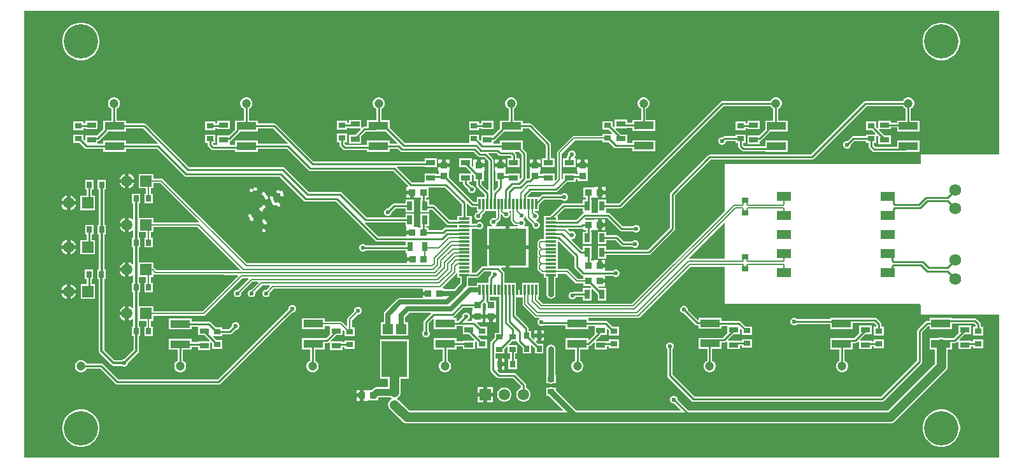
<source format=gtl>
G04*
G04 #@! TF.GenerationSoftware,Altium Limited,Altium Designer,21.2.2 (38)*
G04*
G04 Layer_Physical_Order=1*
G04 Layer_Color=255*
%FSLAX25Y25*%
%MOIN*%
G70*
G04*
G04 #@! TF.SameCoordinates,7E302BD7-B57C-4E89-9E1E-63AC0990036A*
G04*
G04*
G04 #@! TF.FilePolarity,Positive*
G04*
G01*
G75*
%ADD14C,0.01000*%
%ADD15R,0.02756X0.03347*%
%ADD16R,0.04921X0.02953*%
%ADD17R,0.10236X0.04331*%
%ADD18R,0.02953X0.04921*%
%ADD19R,0.03740X0.03740*%
%ADD20R,0.03740X0.03740*%
%ADD21R,0.03740X0.02953*%
%ADD22R,0.05807X0.01181*%
%ADD23R,0.01181X0.05807*%
%ADD24R,0.19685X0.19685*%
%ADD25R,0.13228X0.19134*%
%ADD26R,0.05472X0.05512*%
%ADD27R,0.03347X0.02756*%
%ADD28R,0.02953X0.03740*%
%ADD29R,0.07441X0.05000*%
%ADD51C,0.02500*%
%ADD52C,0.00800*%
%ADD53C,0.03500*%
%ADD54C,0.01500*%
%ADD55C,0.03000*%
%ADD56C,0.05000*%
%ADD57C,0.01200*%
%ADD58C,0.04724*%
%ADD59R,0.05906X0.05906*%
%ADD60C,0.05906*%
%ADD61C,0.18000*%
%ADD62C,0.06201*%
%ADD63C,0.02362*%
G36*
X511197Y160000D02*
X470000D01*
Y155000D01*
X367500D01*
Y130212D01*
X318999Y81711D01*
X272002D01*
X269588Y84124D01*
Y85122D01*
X269939D01*
Y92503D01*
X262278D01*
Y92716D01*
X261687D01*
Y92504D01*
X261278D01*
Y88813D01*
X259687D01*
D01*
X258128D01*
Y92504D01*
X257719D01*
Y92716D01*
X257128D01*
Y92503D01*
X252157D01*
Y97755D01*
X252057Y98258D01*
X251773Y98683D01*
X250358Y100099D01*
X250549Y100561D01*
X252798D01*
Y110403D01*
X242955D01*
Y101313D01*
X241000D01*
X240498Y101213D01*
X240072Y100928D01*
X237005Y97861D01*
X234898D01*
Y101167D01*
Y105104D01*
Y109041D01*
Y112978D01*
Y116915D01*
Y121019D01*
X237697D01*
X237885Y120831D01*
X238608Y120531D01*
X239392D01*
X240115Y120831D01*
X240669Y121385D01*
X240968Y122108D01*
Y122892D01*
X240669Y123615D01*
X240115Y124169D01*
X239392Y124469D01*
X238608D01*
X237885Y124169D01*
X237331Y123615D01*
X237259Y123441D01*
X234898D01*
Y127545D01*
X232313D01*
Y134018D01*
X232813Y134225D01*
X234465Y132572D01*
X234891Y132287D01*
X235394Y132187D01*
X237656D01*
Y130303D01*
X238114D01*
X238361Y129803D01*
X238211Y129606D01*
X237884D01*
X237161Y129306D01*
X236607Y128752D01*
X236307Y128029D01*
Y127246D01*
X236607Y126522D01*
X237161Y125968D01*
X237884Y125669D01*
X238667D01*
X239391Y125968D01*
X239945Y126522D01*
X240244Y127246D01*
Y128029D01*
X240243Y128031D01*
X241858Y129646D01*
X241858Y129646D01*
X242121Y130039D01*
X242173Y130303D01*
X247666D01*
Y127048D01*
X247029Y126411D01*
X246892Y126469D01*
X246108D01*
X245385Y126169D01*
X244831Y125615D01*
X244531Y124892D01*
Y124108D01*
X244831Y123385D01*
X245385Y122831D01*
X245591Y122746D01*
X245492Y122246D01*
X242955D01*
Y112403D01*
X252798D01*
Y122246D01*
X247508D01*
X247409Y122746D01*
X247615Y122831D01*
X248169Y123385D01*
X248468Y124108D01*
Y124427D01*
X249732Y125690D01*
X249732Y125690D01*
X249995Y126083D01*
X250087Y126547D01*
Y128283D01*
X250549Y128474D01*
X251080Y127943D01*
X251080Y127943D01*
X251108Y127924D01*
X251331Y127385D01*
X251885Y126831D01*
X252608Y126532D01*
X253392D01*
X254115Y126831D01*
X254669Y127385D01*
X254969Y128108D01*
Y128892D01*
X254669Y129615D01*
X254481Y129803D01*
X254688Y130303D01*
X255540D01*
Y125250D01*
X255540Y125250D01*
X255632Y124786D01*
X255894Y124394D01*
X257144Y123144D01*
X257537Y122881D01*
X258000Y122789D01*
X258000Y122789D01*
X258947D01*
X258977Y122746D01*
X258709Y122246D01*
X254798D01*
Y112403D01*
X264640D01*
Y122246D01*
X262737D01*
X262530Y122746D01*
X262669Y122885D01*
X262968Y123608D01*
Y124392D01*
X262669Y125115D01*
X262115Y125669D01*
X261969Y125729D01*
Y126271D01*
X262115Y126331D01*
X262669Y126885D01*
X262835Y127286D01*
X263355Y127235D01*
X263414Y126941D01*
X263506Y126478D01*
X263768Y126085D01*
X266667Y123187D01*
Y122593D01*
X266966Y121870D01*
X267520Y121316D01*
X268244Y121017D01*
X269027D01*
X269750Y121316D01*
X270304Y121870D01*
X270603Y122593D01*
Y123377D01*
X270304Y124100D01*
X269750Y124654D01*
X269027Y124953D01*
X268701D01*
X268624Y125070D01*
X268825Y125669D01*
X269215Y125831D01*
X269769Y126385D01*
X270069Y127108D01*
Y127892D01*
X269769Y128615D01*
X269215Y129169D01*
X268492Y129469D01*
X268198D01*
X267867Y129832D01*
X267946Y130303D01*
X269939D01*
Y133515D01*
X272611Y136187D01*
X282029D01*
X282385Y135831D01*
X283108Y135531D01*
X283892D01*
X284615Y135831D01*
X285169Y136385D01*
X285469Y137108D01*
Y137892D01*
X285169Y138615D01*
X284615Y139169D01*
X283892Y139469D01*
X283108D01*
X282385Y139169D01*
X282029Y138813D01*
X272068D01*
X271565Y138713D01*
X271139Y138428D01*
X270262Y137551D01*
X269939Y137685D01*
Y137685D01*
X264144D01*
X264041Y138185D01*
X266044Y140187D01*
X279000D01*
X279502Y140287D01*
X279928Y140572D01*
X284813Y145457D01*
X289341D01*
Y147097D01*
X290342D01*
Y145843D01*
X295657D01*
Y151035D01*
X295657Y151123D01*
X295870Y151535D01*
X295870Y151569D01*
Y153405D01*
X290130D01*
Y151569D01*
X290130Y151535D01*
X290342Y151123D01*
X290342Y151035D01*
Y149722D01*
X289341D01*
Y149984D01*
X282845D01*
Y147202D01*
X282511Y146867D01*
X282011Y147074D01*
Y160299D01*
X288955Y167243D01*
X303343D01*
Y166190D01*
X306801D01*
X309434Y163557D01*
X309860Y163272D01*
X310362Y163172D01*
X319094D01*
Y161532D01*
X330906D01*
Y167438D01*
X319094D01*
Y165798D01*
X316726D01*
X316248Y165851D01*
Y170379D01*
X312986D01*
X310140Y173225D01*
X310347Y173725D01*
X316248D01*
Y173987D01*
X318813D01*
X319077Y173487D01*
X319069Y173450D01*
X319094Y173323D01*
Y172162D01*
X320255D01*
X320382Y172137D01*
X320509Y172162D01*
X330906D01*
Y178068D01*
X326201D01*
Y183816D01*
X326822Y184175D01*
X327409Y184761D01*
X327823Y185479D01*
X328038Y186280D01*
Y187110D01*
X327823Y187911D01*
X327409Y188629D01*
X326822Y189215D01*
X326104Y189630D01*
X325303Y189845D01*
X324474D01*
X323673Y189630D01*
X322954Y189215D01*
X322368Y188629D01*
X321953Y187911D01*
X321739Y187110D01*
Y186280D01*
X321953Y185479D01*
X322368Y184761D01*
X322954Y184175D01*
X323575Y183816D01*
Y178068D01*
X319094D01*
Y176613D01*
X316248D01*
Y178253D01*
X309752D01*
Y174320D01*
X309252Y174113D01*
X308658Y174707D01*
Y177410D01*
X303343D01*
Y172883D01*
X306770D01*
X308435Y171217D01*
X308228Y170717D01*
X303343D01*
Y169664D01*
X288454D01*
X287990Y169572D01*
X287597Y169310D01*
X287597Y169310D01*
X279944Y161656D01*
X279681Y161263D01*
X279589Y160800D01*
X279589Y160800D01*
Y147101D01*
X278803Y146316D01*
X278342Y146507D01*
Y149984D01*
X271846D01*
Y149722D01*
X271105D01*
X270751Y150076D01*
X270751Y151123D01*
X270964Y151535D01*
X270964Y151569D01*
Y153405D01*
X265223D01*
Y151569D01*
X265223Y151535D01*
X265436Y151123D01*
X265436Y151035D01*
Y147699D01*
X264950Y147213D01*
X264300D01*
X263883Y147311D01*
X263813Y147701D01*
Y160338D01*
X263713Y160840D01*
X263428Y161266D01*
X261606Y163089D01*
Y167138D01*
X249795D01*
Y165498D01*
X246448D01*
Y166954D01*
X246876Y167039D01*
X247301Y167324D01*
X251840Y171862D01*
X261606D01*
Y173502D01*
X265141D01*
X273781Y164863D01*
Y157858D01*
X271846D01*
Y153331D01*
X278342D01*
Y157858D01*
X276406D01*
Y165407D01*
X276306Y165909D01*
X276022Y166335D01*
X266613Y175743D01*
X266187Y176028D01*
X265685Y176128D01*
X261606D01*
Y177768D01*
X256909D01*
Y183816D01*
X257531Y184175D01*
X258117Y184761D01*
X258532Y185479D01*
X258746Y186280D01*
Y187110D01*
X258532Y187911D01*
X258117Y188629D01*
X257531Y189215D01*
X256813Y189630D01*
X256012Y189845D01*
X255182D01*
X254381Y189630D01*
X253663Y189215D01*
X253077Y188629D01*
X252662Y187911D01*
X252447Y187110D01*
Y186280D01*
X252662Y185479D01*
X253077Y184761D01*
X253663Y184175D01*
X254284Y183816D01*
Y177768D01*
X249795D01*
Y173530D01*
X246092Y169827D01*
X239952D01*
Y167305D01*
X239490Y167114D01*
X238858Y167746D01*
Y170417D01*
X233542D01*
Y165890D01*
X233074Y165813D01*
X199897D01*
X191905Y173804D01*
Y177853D01*
X187618D01*
Y183816D01*
X188239Y184175D01*
X188826Y184761D01*
X189240Y185479D01*
X189455Y186280D01*
Y187110D01*
X189240Y187911D01*
X188826Y188629D01*
X188239Y189215D01*
X187521Y189630D01*
X186720Y189845D01*
X185891D01*
X185090Y189630D01*
X184372Y189215D01*
X183785Y188629D01*
X183370Y187911D01*
X183156Y187110D01*
Y186280D01*
X183370Y185479D01*
X183785Y184761D01*
X184372Y184175D01*
X184993Y183816D01*
Y177853D01*
X180095D01*
Y174547D01*
X178814D01*
X178312Y174447D01*
X177886Y174163D01*
X177684Y173961D01*
X177184Y174168D01*
Y178101D01*
X170688D01*
Y176510D01*
X169658D01*
Y177510D01*
X164342D01*
Y172983D01*
X169658D01*
Y173885D01*
X170688D01*
Y173573D01*
X176589D01*
X176796Y173073D01*
X173950Y170227D01*
X170688D01*
Y165699D01*
X177184D01*
Y169748D01*
X179358Y171922D01*
X184335D01*
X184461Y171947D01*
X190049D01*
X195952Y166045D01*
X195760Y165583D01*
X191905D01*
Y167223D01*
X180095D01*
Y164813D01*
X169044D01*
X168313Y165544D01*
Y166290D01*
X169658D01*
Y170817D01*
X164342D01*
Y166290D01*
X165687D01*
Y165000D01*
X165787Y164498D01*
X166072Y164072D01*
X167572Y162572D01*
X167998Y162287D01*
X168500Y162187D01*
X180095D01*
Y161317D01*
X191905D01*
Y162958D01*
X196186D01*
X197572Y161572D01*
X197998Y161287D01*
X198500Y161187D01*
X235956D01*
X238072Y159072D01*
X238498Y158787D01*
X239000Y158687D01*
X241456D01*
X243627Y156517D01*
Y141383D01*
X243165Y141192D01*
X240006Y144350D01*
Y145843D01*
X241351D01*
Y151123D01*
X241564Y151535D01*
X241564Y151535D01*
X241564Y151535D01*
Y153405D01*
X238693D01*
Y154405D01*
X237694D01*
Y157276D01*
X235823D01*
Y153704D01*
X235388Y153518D01*
X235035Y153809D01*
Y157858D01*
X228539D01*
Y153331D01*
X231801D01*
X234647Y150484D01*
X234440Y149984D01*
X228539D01*
Y145457D01*
X230474D01*
Y144713D01*
X230574Y144211D01*
X230859Y143785D01*
X233032Y141612D01*
Y141108D01*
X233331Y140385D01*
X233885Y139831D01*
X234608Y139532D01*
X235392D01*
X236115Y139831D01*
X236669Y140385D01*
X236968Y141108D01*
Y141892D01*
X236669Y142615D01*
X236115Y143169D01*
X235392Y143468D01*
X234888D01*
X233400Y144957D01*
X233607Y145457D01*
X235035D01*
Y149389D01*
X235535Y149596D01*
X236036Y149095D01*
Y145843D01*
X237381D01*
Y143807D01*
X237481Y143304D01*
X237765Y142878D01*
X241658Y138986D01*
Y137685D01*
X237656D01*
Y134813D01*
X235937D01*
X223051Y147699D01*
Y151035D01*
X223051Y151123D01*
X223264Y151535D01*
X223264Y151569D01*
Y153405D01*
X217523D01*
Y151569D01*
X217523Y151535D01*
X217736Y151123D01*
X217736Y151035D01*
Y149722D01*
X216735D01*
Y149984D01*
X210239D01*
Y145457D01*
X209799Y145313D01*
X203544D01*
X195763Y153093D01*
X195971Y153593D01*
X210239D01*
Y153331D01*
X216735D01*
Y157858D01*
X210239D01*
Y156218D01*
X152138D01*
X132613Y175743D01*
X132187Y176028D01*
X131685Y176128D01*
X122969D01*
Y177768D01*
X118327D01*
Y183816D01*
X118948Y184175D01*
X119534Y184761D01*
X119949Y185479D01*
X120164Y186280D01*
Y187110D01*
X119949Y187911D01*
X119534Y188629D01*
X118948Y189215D01*
X118230Y189630D01*
X117429Y189845D01*
X116600D01*
X115798Y189630D01*
X115080Y189215D01*
X114494Y188629D01*
X114079Y187911D01*
X113865Y187110D01*
Y186280D01*
X114079Y185479D01*
X114494Y184761D01*
X115080Y184175D01*
X115701Y183816D01*
Y177768D01*
X111159D01*
Y173276D01*
X111133Y173150D01*
Y173068D01*
X107892Y169827D01*
X101752D01*
Y165299D01*
X101752D01*
X101720Y164813D01*
X100044D01*
X99480Y165377D01*
X99484Y165492D01*
X99674Y165890D01*
X100657D01*
Y167050D01*
X100683Y167177D01*
X100657Y167304D01*
Y170417D01*
X95342D01*
Y165890D01*
X96687D01*
Y165000D01*
X96787Y164498D01*
X97072Y164072D01*
X98572Y162572D01*
X98998Y162287D01*
X99500Y162187D01*
X111159D01*
Y161232D01*
X122969D01*
Y162872D01*
X138271D01*
X149572Y151572D01*
X149998Y151287D01*
X150500Y151187D01*
X193956D01*
X201774Y143370D01*
X201567Y142870D01*
X200830D01*
Y141000D01*
X203700D01*
Y140000D01*
X204700D01*
Y137130D01*
X206570D01*
Y137130D01*
X206948Y137343D01*
X208383D01*
Y136248D01*
X208121D01*
Y129752D01*
X212649D01*
Y130912D01*
X214232D01*
X221873Y123270D01*
X222299Y122986D01*
X222802Y122886D01*
X227516D01*
Y121574D01*
X221261D01*
X220759Y121474D01*
X220333Y121190D01*
X219456Y120312D01*
X212221D01*
Y121657D01*
X211019D01*
Y122345D01*
X212659D01*
Y128841D01*
X208132D01*
Y122345D01*
X208394D01*
Y121657D01*
X206906D01*
X206528Y121869D01*
Y121869D01*
X204843D01*
X204785Y122345D01*
X204785D01*
Y128841D01*
X200258D01*
Y126906D01*
X179950D01*
X166928Y139928D01*
X166502Y140213D01*
X166000Y140313D01*
X149544D01*
X136928Y152928D01*
X136502Y153213D01*
X136000Y153313D01*
X87044D01*
X64613Y175743D01*
X64187Y176028D01*
X63685Y176128D01*
X53905D01*
Y177768D01*
X49035D01*
Y183816D01*
X49657Y184175D01*
X50243Y184761D01*
X50658Y185479D01*
X50872Y186280D01*
Y187110D01*
X50658Y187911D01*
X50243Y188629D01*
X49657Y189215D01*
X48939Y189630D01*
X48138Y189845D01*
X47308D01*
X46507Y189630D01*
X45789Y189215D01*
X45202Y188629D01*
X44788Y187911D01*
X44573Y187110D01*
Y186280D01*
X44788Y185479D01*
X45202Y184761D01*
X45789Y184175D01*
X46410Y183816D01*
Y177768D01*
X42094D01*
Y173276D01*
X42069Y173150D01*
Y173068D01*
X38828Y169827D01*
X32688D01*
Y167369D01*
X32226Y167177D01*
X31657Y167746D01*
Y170417D01*
X26342D01*
Y165890D01*
X29801D01*
X32434Y163257D01*
X32860Y162972D01*
X33362Y162872D01*
X42094D01*
Y161232D01*
X53905D01*
Y162872D01*
X70271D01*
X84572Y148572D01*
X84998Y148287D01*
X85500Y148187D01*
X134456D01*
X147072Y135572D01*
X147498Y135287D01*
X148000Y135187D01*
X163956D01*
X184472Y114672D01*
X184898Y114387D01*
X185400Y114287D01*
X200398D01*
Y112313D01*
X179471D01*
X179115Y112669D01*
X178392Y112969D01*
X177608D01*
X176885Y112669D01*
X176331Y112115D01*
X176031Y111392D01*
Y110608D01*
X176331Y109885D01*
X176885Y109331D01*
X177608Y109031D01*
X178392D01*
X179115Y109331D01*
X179471Y109687D01*
X200398D01*
Y108352D01*
X200739D01*
X201024Y107970D01*
Y106100D01*
X203894D01*
Y104100D01*
X201024D01*
Y102781D01*
X117431D01*
X73356Y146856D01*
X72963Y147118D01*
X72500Y147211D01*
X72500Y147211D01*
X68240D01*
Y149740D01*
X60760D01*
Y142260D01*
X64537D01*
Y139261D01*
X63583D01*
Y134339D01*
X67913D01*
Y139261D01*
X66959D01*
Y142260D01*
X68240D01*
Y144789D01*
X71999D01*
X92089Y124699D01*
X92058Y124530D01*
X91870Y124211D01*
X68240D01*
Y126740D01*
X61167D01*
X60760Y126740D01*
X60667Y127201D01*
Y134339D01*
X61417D01*
Y139261D01*
X57087D01*
Y134339D01*
X57837D01*
Y125960D01*
X57337Y125753D01*
X56927Y126163D01*
X56026Y126683D01*
X55500Y126824D01*
Y123000D01*
X54500D01*
D01*
X55500D01*
Y119176D01*
X56026Y119317D01*
X56927Y119837D01*
X57337Y120247D01*
X57837Y120040D01*
Y116161D01*
X57087D01*
Y111239D01*
X57837D01*
Y102460D01*
X57337Y102253D01*
X56927Y102663D01*
X56026Y103183D01*
X55500Y103324D01*
Y99500D01*
X54500D01*
D01*
X55500D01*
Y95676D01*
X56026Y95817D01*
X56927Y96337D01*
X57337Y96747D01*
X57837Y96540D01*
Y92661D01*
X57087D01*
Y87739D01*
X57837D01*
Y79460D01*
X57337Y79253D01*
X56927Y79663D01*
X56026Y80183D01*
X55500Y80324D01*
Y76500D01*
Y72676D01*
X56026Y72817D01*
X56927Y73337D01*
X57337Y73747D01*
X57837Y73540D01*
Y69661D01*
X57087D01*
Y64739D01*
X57885D01*
Y57386D01*
X52968Y52469D01*
X52608D01*
X51885Y52169D01*
X51631Y51915D01*
X48086D01*
X42615Y57386D01*
Y94639D01*
X43365D01*
Y99561D01*
X42639D01*
Y118039D01*
X43413D01*
Y122961D01*
X42663D01*
Y141539D01*
X43413D01*
Y146461D01*
X39083D01*
Y141539D01*
X39833D01*
Y122961D01*
X39083D01*
Y118039D01*
X39809D01*
Y99561D01*
X39035D01*
Y94639D01*
X39785D01*
Y56800D01*
X39893Y56259D01*
X40200Y55800D01*
X46500Y49500D01*
X46959Y49193D01*
X47500Y49085D01*
X51631D01*
X51885Y48831D01*
X52608Y48531D01*
X53392D01*
X54115Y48831D01*
X54669Y49385D01*
X54969Y50108D01*
Y50468D01*
X60300Y55800D01*
X60607Y56259D01*
X60715Y56800D01*
Y64739D01*
X61417D01*
Y69661D01*
X60667D01*
Y72299D01*
X60760Y72760D01*
X61167Y72760D01*
X64589D01*
Y69661D01*
X63583D01*
Y64739D01*
X67913D01*
Y69661D01*
X67011D01*
Y72760D01*
X68240D01*
Y75289D01*
X94600D01*
X94600Y75289D01*
X95063Y75381D01*
X95456Y75644D01*
X114772Y94959D01*
X117894D01*
X118085Y94498D01*
X112656Y89069D01*
X112008D01*
X111285Y88769D01*
X110731Y88215D01*
X110432Y87492D01*
Y86708D01*
X110731Y85985D01*
X111285Y85431D01*
X112008Y85132D01*
X112792D01*
X113515Y85431D01*
X114069Y85985D01*
X114368Y86708D01*
Y87356D01*
X120172Y93159D01*
X123135D01*
X123326Y92698D01*
X119697Y89069D01*
X119408D01*
X118685Y88769D01*
X118131Y88215D01*
X117832Y87492D01*
Y86708D01*
X118131Y85985D01*
X118685Y85431D01*
X119408Y85132D01*
X120192D01*
X120915Y85431D01*
X121469Y85985D01*
X121768Y86708D01*
Y87492D01*
X121703Y87650D01*
X125342Y91289D01*
X129069D01*
X129261Y90827D01*
X127479Y89046D01*
X126831D01*
X126108Y88746D01*
X125554Y88192D01*
X125254Y87469D01*
Y86686D01*
X125554Y85962D01*
X126108Y85408D01*
X126831Y85109D01*
X127614D01*
X128338Y85408D01*
X128892Y85962D01*
X129191Y86686D01*
Y87334D01*
X131347Y89489D01*
X209330D01*
Y88100D01*
X212200D01*
Y86100D01*
X209330D01*
Y84577D01*
X197500D01*
X197500Y84577D01*
X196705Y84419D01*
X196031Y83969D01*
X189531Y77469D01*
X189081Y76795D01*
X188923Y76000D01*
Y71921D01*
X187354D01*
Y64835D01*
X194402D01*
Y64835D01*
X194598D01*
Y64835D01*
X201646D01*
Y71921D01*
X200199D01*
Y74762D01*
X202361Y76923D01*
X213413D01*
X213604Y76461D01*
X210072Y72928D01*
X209787Y72502D01*
X209687Y72000D01*
Y67471D01*
X209331Y67115D01*
X209032Y66392D01*
Y65608D01*
X209331Y64885D01*
X209885Y64331D01*
X210608Y64031D01*
X211392D01*
X212115Y64331D01*
X212669Y64885D01*
X212968Y65608D01*
Y66392D01*
X212669Y67115D01*
X212313Y67471D01*
Y71456D01*
X214633Y73776D01*
X215094Y73585D01*
Y68362D01*
X226905D01*
Y70002D01*
X230252D01*
Y65673D01*
X233514D01*
X236360Y62827D01*
X236153Y62327D01*
X230252D01*
Y62065D01*
X226905D01*
Y63638D01*
X215094D01*
Y57732D01*
X219639D01*
Y51779D01*
X219017Y51420D01*
X218431Y50834D01*
X218016Y50116D01*
X217802Y49315D01*
Y48485D01*
X218016Y47684D01*
X218431Y46966D01*
X219017Y46380D01*
X219736Y45965D01*
X220536Y45750D01*
X221366D01*
X222167Y45965D01*
X222885Y46380D01*
X223471Y46966D01*
X223886Y47684D01*
X224101Y48485D01*
Y49315D01*
X223886Y50116D01*
X223471Y50834D01*
X222885Y51420D01*
X222264Y51779D01*
Y57732D01*
X226905D01*
Y59439D01*
X230252D01*
Y57799D01*
X236748D01*
Y61732D01*
X237248Y61939D01*
X237842Y61344D01*
Y58390D01*
X243158D01*
Y62917D01*
X239982D01*
X238317Y64583D01*
X238524Y65083D01*
X243158D01*
Y69610D01*
X239699D01*
X237770Y71539D01*
X237962Y72001D01*
X240767D01*
Y73871D01*
X237897D01*
X235027D01*
Y72628D01*
X232723D01*
X232624Y73128D01*
X233115Y73331D01*
X233669Y73885D01*
X233968Y74608D01*
Y75392D01*
X233669Y76115D01*
X233115Y76669D01*
X232392Y76968D01*
X231608D01*
X230885Y76669D01*
X230331Y76115D01*
X230031Y75392D01*
Y74888D01*
X227771Y72628D01*
X226905D01*
Y74268D01*
X225453D01*
X225404Y74768D01*
X225502Y74787D01*
X225928Y75072D01*
X230320Y79463D01*
X235239D01*
Y78119D01*
X235027Y77741D01*
X235027D01*
Y75871D01*
X237897D01*
X240767D01*
Y77741D01*
X240767D01*
X240554Y78119D01*
Y81577D01*
X241286Y82309D01*
X241850Y82166D01*
X242043Y81877D01*
X242342Y81577D01*
Y78241D01*
X242342Y78153D01*
X242130Y77741D01*
X242130Y77707D01*
Y75871D01*
X245000D01*
X247870D01*
Y77707D01*
X247870Y77741D01*
X247657Y78153D01*
X247657Y78241D01*
Y83434D01*
X244283D01*
Y85122D01*
X249532D01*
Y66339D01*
X247039D01*
Y63864D01*
X245072Y61897D01*
X244787Y61471D01*
X244687Y60969D01*
Y47000D01*
X244787Y46498D01*
X245072Y46072D01*
X248072Y43072D01*
X248498Y42787D01*
X249000Y42687D01*
X256456D01*
X260687Y38456D01*
Y37520D01*
X260556Y37485D01*
X259703Y36993D01*
X259007Y36296D01*
X258515Y35444D01*
X258260Y34492D01*
Y33508D01*
X258515Y32556D01*
X259007Y31703D01*
X259703Y31007D01*
X260556Y30515D01*
X261508Y30260D01*
X262492D01*
X263444Y30515D01*
X264297Y31007D01*
X264993Y31703D01*
X265485Y32556D01*
X265740Y33508D01*
Y34492D01*
X265485Y35444D01*
X264993Y36296D01*
X264297Y36993D01*
X263444Y37485D01*
X263313Y37520D01*
Y39000D01*
X263213Y39502D01*
X262928Y39928D01*
X257928Y44928D01*
X257502Y45213D01*
X257000Y45313D01*
X249544D01*
X248271Y46585D01*
X248463Y47047D01*
X248654D01*
Y49917D01*
Y52787D01*
X247313D01*
Y55512D01*
X251961D01*
Y57986D01*
X253287Y59313D01*
X253749Y59121D01*
Y55512D01*
X255034D01*
Y52575D01*
X254083D01*
Y47260D01*
X258610D01*
Y52575D01*
X257659D01*
Y55512D01*
X258670D01*
Y59842D01*
X254470D01*
X254279Y60304D01*
X255965Y61990D01*
X255976Y62008D01*
X258670D01*
X258785Y61555D01*
X258787Y61545D01*
X259072Y61119D01*
X261587Y58604D01*
Y55539D01*
X265917D01*
Y59776D01*
X266417Y59983D01*
X268083Y58318D01*
Y55539D01*
X272413D01*
Y60461D01*
X269652D01*
X268448Y61665D01*
X268639Y62127D01*
X269248D01*
Y63800D01*
X267870D01*
Y62896D01*
X267408Y62705D01*
X265917Y64196D01*
Y67261D01*
X264813D01*
Y68500D01*
X264713Y69002D01*
X264428Y69428D01*
X258063Y75793D01*
Y84909D01*
X261623D01*
Y82036D01*
X261623Y82036D01*
X261636Y81972D01*
Y81391D01*
X261636Y81391D01*
X261728Y80928D01*
X261990Y80535D01*
X267981Y74544D01*
X267981Y74544D01*
X268374Y74282D01*
X268837Y74189D01*
X268837Y74189D01*
X270335D01*
X270434Y73689D01*
X270385Y73669D01*
X269831Y73115D01*
X269531Y72392D01*
Y71608D01*
X269831Y70885D01*
X270385Y70331D01*
X271108Y70031D01*
X271892D01*
X272301Y70201D01*
X272369Y70187D01*
X284095D01*
Y68362D01*
X295905D01*
Y70002D01*
X298774D01*
X299252Y69949D01*
Y65604D01*
X296367Y62720D01*
X295905Y62911D01*
Y63638D01*
X284095D01*
Y57732D01*
X288930D01*
Y51779D01*
X288309Y51420D01*
X287722Y50834D01*
X287308Y50116D01*
X287093Y49315D01*
Y48485D01*
X287308Y47684D01*
X287722Y46966D01*
X288309Y46380D01*
X289027Y45965D01*
X289828Y45750D01*
X290657D01*
X291458Y45965D01*
X292176Y46380D01*
X292763Y46966D01*
X293178Y47684D01*
X293392Y48485D01*
Y49315D01*
X293178Y50116D01*
X292763Y50834D01*
X292176Y51420D01*
X291555Y51779D01*
Y57732D01*
X295905D01*
Y59372D01*
X296189D01*
X296691Y59472D01*
X297117Y59757D01*
X298790Y61430D01*
X299252Y61238D01*
Y57547D01*
X305748D01*
Y59264D01*
X306842D01*
Y58390D01*
X312158D01*
Y62917D01*
X306842D01*
Y61889D01*
X305748D01*
Y62075D01*
X300088D01*
X299897Y62537D01*
X302255Y64895D01*
X302539Y65320D01*
X302559Y65421D01*
X305748D01*
Y68195D01*
X306210Y68387D01*
X306842Y67754D01*
Y65083D01*
X312158D01*
Y69610D01*
X308699D01*
X306066Y72243D01*
X305640Y72528D01*
X305138Y72628D01*
X295905D01*
Y74189D01*
X322111D01*
X322111Y74189D01*
X322574Y74282D01*
X322967Y74544D01*
X349513Y101089D01*
X367500D01*
Y81500D01*
X469500D01*
X470000Y81000D01*
Y76000D01*
X511197D01*
Y803D01*
X803D01*
Y235197D01*
X511197D01*
Y160000D01*
D02*
G37*
G36*
X138646Y165998D02*
X138439Y165498D01*
X122969D01*
Y167138D01*
X111159D01*
Y164813D01*
X108280D01*
X108248Y165299D01*
X108248D01*
Y166954D01*
X108676Y167039D01*
X109101Y167324D01*
X113374Y171597D01*
X113552Y171862D01*
X122969D01*
Y173502D01*
X131141D01*
X138646Y165998D01*
D02*
G37*
G36*
X70646D02*
X70439Y165498D01*
X53905D01*
Y167138D01*
X42094D01*
Y165498D01*
X39184D01*
Y166954D01*
X39612Y167039D01*
X40037Y167324D01*
X44310Y171597D01*
X44488Y171862D01*
X53905D01*
Y173502D01*
X63141D01*
X70646Y165998D01*
D02*
G37*
G36*
X261187Y159794D02*
Y147872D01*
X260544Y147228D01*
X260082Y147420D01*
Y149984D01*
X253586D01*
Y149722D01*
X252939D01*
X252585Y150076D01*
X252585Y151123D01*
X252798Y151535D01*
X252798Y151569D01*
Y153405D01*
X247058D01*
Y151569D01*
X247058Y151535D01*
X247270Y151123D01*
X247270Y151035D01*
Y145843D01*
X248687D01*
Y143044D01*
X246714Y141070D01*
X246252Y141261D01*
Y157061D01*
X246152Y157563D01*
X245867Y157989D01*
X243631Y160225D01*
X243822Y160687D01*
X247956D01*
X248114Y160530D01*
X248154Y160470D01*
X249052Y159572D01*
X249478Y159287D01*
X249980Y159187D01*
X255456D01*
X255687Y158956D01*
Y157858D01*
X253586D01*
Y153331D01*
X260082D01*
Y157858D01*
X258313D01*
Y159500D01*
X258213Y160002D01*
X257928Y160428D01*
X257586Y160770D01*
X257777Y161232D01*
X259749D01*
X261187Y159794D01*
D02*
G37*
G36*
X229687Y133956D02*
Y127545D01*
X227516D01*
Y125511D01*
X223345D01*
X215704Y133152D01*
X215278Y133437D01*
X214776Y133537D01*
X212649D01*
Y136248D01*
X211009D01*
Y137343D01*
X212263D01*
Y142657D01*
X212751Y142687D01*
X220956D01*
X229687Y133956D01*
D02*
G37*
G36*
X179406Y124281D02*
X200258D01*
Y122345D01*
X200731D01*
X200788Y121869D01*
X200788D01*
Y119999D01*
X203658D01*
Y117999D01*
X200788D01*
Y116913D01*
X185944D01*
X179006Y123851D01*
X179252Y124312D01*
X179406Y124281D01*
D02*
G37*
G36*
X113645Y99643D02*
X113454Y99181D01*
X105150D01*
X105000Y99211D01*
X105000Y99211D01*
X70002D01*
X68856Y100356D01*
X68463Y100619D01*
X68240Y100663D01*
Y103240D01*
X61167D01*
X60760Y103240D01*
X60667Y103701D01*
Y111239D01*
X61417D01*
Y116161D01*
X60667D01*
Y118798D01*
X60760Y119260D01*
X61167Y119260D01*
X64537D01*
Y116161D01*
X63583D01*
Y111239D01*
X67913D01*
Y116161D01*
X66959D01*
Y119260D01*
X68240D01*
Y121789D01*
X91499D01*
X113645Y99643D01*
D02*
G37*
G36*
X367500Y123872D02*
Y105111D01*
X348793D01*
X348586Y105611D01*
X367038Y124063D01*
X367500Y123872D01*
D02*
G37*
G36*
X245404Y98187D02*
X245331Y98115D01*
X245031Y97392D01*
Y96888D01*
X244011Y95867D01*
X243726Y95442D01*
X243627Y94939D01*
Y92503D01*
X237656D01*
Y91077D01*
X234000D01*
X234000Y91077D01*
X233483Y90974D01*
X233052Y91373D01*
X233077Y91500D01*
Y95261D01*
X233958D01*
X234085Y95236D01*
X237549D01*
X238051Y95336D01*
X238477Y95621D01*
X241544Y98687D01*
X245196D01*
X245404Y98187D01*
D02*
G37*
G36*
X227516Y97442D02*
Y95261D01*
X228923D01*
Y92361D01*
X225740Y89177D01*
X220763D01*
Y89758D01*
X219950D01*
X219743Y90258D01*
X226888Y97403D01*
X227016Y97594D01*
X227516Y97442D01*
D02*
G37*
G36*
X69037Y96882D02*
X69500Y96789D01*
X69500Y96789D01*
X104879D01*
X105030Y96759D01*
X112494D01*
X112685Y96298D01*
X94099Y77711D01*
X68240D01*
Y80240D01*
X61167D01*
X60760Y80240D01*
X60667Y80702D01*
Y87739D01*
X61417D01*
Y92661D01*
X60667D01*
Y95298D01*
X60760Y95760D01*
X61167Y95760D01*
X64537D01*
Y92661D01*
X63583D01*
Y87739D01*
X67913D01*
Y92661D01*
X66959D01*
Y95760D01*
X68240D01*
Y96917D01*
X68740Y97080D01*
X69037Y96882D01*
D02*
G37*
%LPC*%
G36*
X481758Y228963D02*
X479830D01*
X477939Y228587D01*
X476158Y227849D01*
X474555Y226778D01*
X473191Y225414D01*
X472120Y223811D01*
X471382Y222030D01*
X471006Y220139D01*
Y218211D01*
X471382Y216320D01*
X472120Y214539D01*
X473191Y212936D01*
X474555Y211573D01*
X476158Y210502D01*
X477939Y209764D01*
X479830Y209388D01*
X481758D01*
X483648Y209764D01*
X485430Y210502D01*
X487033Y211573D01*
X488396Y212936D01*
X489467Y214539D01*
X490205Y216320D01*
X490581Y218211D01*
Y220139D01*
X490205Y222030D01*
X489467Y223811D01*
X488396Y225414D01*
X487033Y226778D01*
X485430Y227849D01*
X483648Y228587D01*
X481758Y228963D01*
D02*
G37*
G36*
X31364D02*
X29436D01*
X27545Y228587D01*
X25764Y227849D01*
X24161Y226778D01*
X22798Y225414D01*
X21726Y223811D01*
X20989Y222030D01*
X20613Y220139D01*
Y218211D01*
X20989Y216320D01*
X21726Y214539D01*
X22798Y212936D01*
X24161Y211573D01*
X25764Y210502D01*
X27545Y209764D01*
X29436Y209388D01*
X31364D01*
X33255Y209764D01*
X35036Y210502D01*
X36639Y211573D01*
X38002Y212936D01*
X39074Y214539D01*
X39811Y216320D01*
X40187Y218211D01*
Y220139D01*
X39811Y222030D01*
X39074Y223811D01*
X38002Y225414D01*
X36639Y226778D01*
X35036Y227849D01*
X33255Y228587D01*
X31364Y228963D01*
D02*
G37*
G36*
X463885Y189845D02*
X463056D01*
X462255Y189630D01*
X461537Y189215D01*
X460951Y188629D01*
X460592Y188008D01*
X441195D01*
X440693Y187908D01*
X440267Y187623D01*
X412456Y159813D01*
X359500D01*
X358998Y159713D01*
X358572Y159428D01*
X339072Y139928D01*
X338787Y139502D01*
X338687Y139000D01*
Y121544D01*
X327063Y109919D01*
X305453D01*
Y111855D01*
X300925D01*
Y105359D01*
X305453D01*
Y107294D01*
X327607D01*
X328109Y107394D01*
X328535Y107678D01*
X340928Y120072D01*
X341213Y120498D01*
X341313Y121000D01*
Y138456D01*
X360044Y157187D01*
X413000D01*
X413502Y157287D01*
X413928Y157572D01*
X441739Y185382D01*
X460592D01*
X460951Y184761D01*
X461537Y184175D01*
X462158Y183816D01*
Y177768D01*
X457594D01*
Y176750D01*
X454248D01*
Y177701D01*
X447752D01*
Y173768D01*
X447252Y173561D01*
X446751Y174062D01*
Y177110D01*
X441436D01*
Y172583D01*
X444524D01*
X444535Y172565D01*
X446221Y170879D01*
X446030Y170417D01*
X441436D01*
Y169466D01*
X434654D01*
X434151Y169366D01*
X433725Y169082D01*
X431612Y166969D01*
X431108D01*
X430385Y166669D01*
X429831Y166115D01*
X429531Y165392D01*
Y164608D01*
X429831Y163885D01*
X430385Y163331D01*
X431108Y163031D01*
X431892D01*
X432615Y163331D01*
X433169Y163885D01*
X433468Y164608D01*
Y165112D01*
X435197Y166841D01*
X441436D01*
Y165890D01*
X442781D01*
Y164093D01*
X442881Y163591D01*
X443165Y163165D01*
X444759Y161572D01*
X445185Y161287D01*
X445687Y161187D01*
X450000D01*
X450099Y161207D01*
X461835D01*
X461962Y161232D01*
X469406D01*
Y167138D01*
X457594D01*
Y163832D01*
X450020D01*
X449921Y163813D01*
X446231D01*
X445406Y164637D01*
Y165890D01*
X446751D01*
Y169696D01*
X447213Y169887D01*
X447752Y169348D01*
Y165299D01*
X454248D01*
Y169827D01*
X450986D01*
X448140Y172673D01*
X448347Y173173D01*
X454248D01*
Y174124D01*
X457594D01*
Y171862D01*
X469406D01*
Y177768D01*
X464783D01*
Y183816D01*
X465405Y184175D01*
X465991Y184761D01*
X466406Y185479D01*
X466620Y186280D01*
Y187110D01*
X466406Y187911D01*
X465991Y188629D01*
X465405Y189215D01*
X464686Y189630D01*
X463885Y189845D01*
D02*
G37*
G36*
X385748Y177701D02*
X379252D01*
Y176110D01*
X378251D01*
Y177110D01*
X372936D01*
Y172583D01*
X378251D01*
Y173485D01*
X379252D01*
Y173173D01*
X385748D01*
Y177701D01*
D02*
G37*
G36*
X246448D02*
X239952D01*
Y176110D01*
X238858D01*
Y177110D01*
X233542D01*
Y172583D01*
X238858D01*
Y173485D01*
X239952D01*
Y173173D01*
X246448D01*
Y177701D01*
D02*
G37*
G36*
X108248D02*
X101752D01*
Y176110D01*
X100657D01*
Y177110D01*
X95342D01*
Y172583D01*
X100657D01*
Y173485D01*
X101752D01*
Y173173D01*
X108248D01*
Y177701D01*
D02*
G37*
G36*
X39184D02*
X32688D01*
Y176110D01*
X31657D01*
Y177110D01*
X26342D01*
Y172583D01*
X31657D01*
Y173485D01*
X32688D01*
Y173173D01*
X39184D01*
Y177701D01*
D02*
G37*
G36*
X394594Y189845D02*
X393765D01*
X392964Y189630D01*
X392246Y189215D01*
X391659Y188629D01*
X391301Y188008D01*
X366195D01*
X365693Y187908D01*
X365267Y187623D01*
X311956Y134313D01*
X305458D01*
Y136248D01*
X300931D01*
Y129813D01*
X300931Y129752D01*
X300784Y129313D01*
X297731D01*
X297584Y129752D01*
X297584D01*
Y136248D01*
X297322D01*
Y136989D01*
X297676Y137343D01*
X298724Y137343D01*
X299135Y137130D01*
X299169Y137130D01*
X301006D01*
Y140000D01*
Y142870D01*
X299169D01*
X299135Y142870D01*
X298724Y142657D01*
X298635Y142657D01*
X293443D01*
Y137343D01*
X294697D01*
Y136248D01*
X293057D01*
Y134313D01*
X283000D01*
X282498Y134213D01*
X282072Y133928D01*
X275689Y127545D01*
X272697D01*
Y122820D01*
Y118884D01*
Y115567D01*
X271356D01*
X271356Y115567D01*
X270893Y115474D01*
X270500Y115212D01*
X269644Y114356D01*
X269381Y113963D01*
X269289Y113500D01*
X269289Y113500D01*
Y111500D01*
X269289Y111500D01*
X269381Y111037D01*
X269644Y110644D01*
Y110194D01*
X269381Y109801D01*
X269289Y109338D01*
X269289Y109338D01*
Y107500D01*
X269289Y107500D01*
X269381Y107037D01*
X269644Y106644D01*
Y106320D01*
X269381Y105927D01*
X269289Y105464D01*
X269289Y105464D01*
Y103500D01*
X269289Y103500D01*
X269381Y103037D01*
X269644Y102644D01*
Y102446D01*
X269381Y102053D01*
X269289Y101590D01*
X269289Y101590D01*
Y100000D01*
X269289Y100000D01*
X269381Y99537D01*
X269644Y99144D01*
X271036Y97752D01*
X271429Y97489D01*
X271892Y97397D01*
X271892Y97397D01*
X272697D01*
Y95261D01*
X274107D01*
X274168Y94955D01*
Y86600D01*
X274345Y85707D01*
X274851Y84951D01*
X275607Y84445D01*
X276500Y84268D01*
X277393Y84445D01*
X278149Y84951D01*
X278655Y85707D01*
X278832Y86600D01*
Y95261D01*
X280079D01*
Y97397D01*
X284391D01*
X289144Y92644D01*
X289537Y92382D01*
X290000Y92289D01*
X290000Y92289D01*
X293437D01*
Y90842D01*
X296896D01*
X297397Y90342D01*
X297190Y89842D01*
X293051D01*
Y87906D01*
X288393D01*
X287891Y87806D01*
X287835Y87769D01*
X287208D01*
X286485Y87469D01*
X285931Y86915D01*
X285631Y86192D01*
Y85408D01*
X285931Y84685D01*
X286485Y84131D01*
X287208Y83832D01*
X287992D01*
X288715Y84131D01*
X289269Y84685D01*
X289516Y85281D01*
X293051D01*
Y83345D01*
X297579D01*
Y89452D01*
X298079Y89659D01*
X300320Y87418D01*
X300409Y86969D01*
X300694Y86543D01*
X300925Y86312D01*
Y83345D01*
X305453D01*
Y89842D01*
X301610D01*
X301318Y90194D01*
X301504Y90630D01*
X304870D01*
Y92500D01*
X302000D01*
Y94500D01*
X304870D01*
Y96187D01*
X308929D01*
X309285Y95831D01*
X310008Y95531D01*
X310792D01*
X311515Y95831D01*
X312069Y96385D01*
X312368Y97108D01*
Y97892D01*
X312069Y98615D01*
X311515Y99169D01*
X310792Y99468D01*
X310008D01*
X309285Y99169D01*
X308929Y98813D01*
X305363D01*
X304870Y98830D01*
X304870Y99313D01*
Y100700D01*
X302000D01*
Y101700D01*
X301000D01*
Y104570D01*
X299164D01*
X299130Y104570D01*
X298718Y104358D01*
X298630Y104358D01*
X297317D01*
Y105359D01*
X297579D01*
Y111855D01*
X293051D01*
Y109919D01*
X292437D01*
X287325Y115032D01*
X287532Y115532D01*
X287892D01*
X288615Y115831D01*
X289169Y116385D01*
X289469Y117108D01*
Y117892D01*
X289169Y118615D01*
X288615Y119169D01*
X287892Y119468D01*
X287108D01*
X286497Y119215D01*
X285257Y120455D01*
X285448Y120917D01*
X292230D01*
X292732Y121017D01*
X292937Y121154D01*
X293437Y120888D01*
Y120436D01*
X294691D01*
Y119435D01*
X293051D01*
Y112939D01*
X297579D01*
Y119435D01*
X297317D01*
Y120082D01*
X297670Y120436D01*
X298718Y120436D01*
X299130Y120223D01*
X299164Y120223D01*
X301000D01*
Y123093D01*
Y125964D01*
X299164D01*
X299130Y125964D01*
X298718Y125751D01*
X298630Y125751D01*
X294229D01*
X294038Y126213D01*
X294512Y126687D01*
X305956D01*
X312572Y120072D01*
X312998Y119787D01*
X313500Y119687D01*
X319529D01*
X319885Y119331D01*
X320608Y119032D01*
X321392D01*
X322115Y119331D01*
X322669Y119885D01*
X322969Y120608D01*
Y121392D01*
X322669Y122115D01*
X322115Y122669D01*
X321392Y122968D01*
X320608D01*
X319885Y122669D01*
X319529Y122313D01*
X314044D01*
X307428Y128928D01*
X307002Y129213D01*
X306500Y129313D01*
X305605D01*
X305458Y129752D01*
X305458Y129813D01*
Y131687D01*
X312500D01*
X313002Y131787D01*
X313428Y132072D01*
X366739Y185382D01*
X391301D01*
X391659Y184761D01*
X392246Y184175D01*
X392867Y183816D01*
Y177768D01*
X388595D01*
Y173276D01*
X388569Y173150D01*
Y173004D01*
X385392Y169827D01*
X379252D01*
Y165299D01*
X385748D01*
Y166954D01*
X386176Y167039D01*
X386601Y167324D01*
X390810Y171532D01*
X391030Y171862D01*
X400406D01*
Y177768D01*
X395492D01*
Y183816D01*
X396113Y184175D01*
X396700Y184761D01*
X397114Y185479D01*
X397329Y186280D01*
Y187110D01*
X397114Y187911D01*
X396700Y188629D01*
X396113Y189215D01*
X395395Y189630D01*
X394594Y189845D01*
D02*
G37*
G36*
X378251Y170417D02*
X372936D01*
Y169466D01*
X367154D01*
X366651Y169366D01*
X366225Y169082D01*
X366112Y168968D01*
X365608D01*
X364885Y168669D01*
X364331Y168115D01*
X364032Y167392D01*
Y166608D01*
X364331Y165885D01*
X364885Y165331D01*
X365608Y165032D01*
X366392D01*
X367115Y165331D01*
X367669Y165885D01*
X367969Y166608D01*
Y166841D01*
X372936D01*
Y165890D01*
X374281D01*
Y164407D01*
X374381Y163904D01*
X374665Y163478D01*
X376072Y162072D01*
X376498Y161787D01*
X377000Y161687D01*
X388595D01*
Y161232D01*
X400406D01*
Y167138D01*
X388595D01*
Y164313D01*
X377544D01*
X376906Y164950D01*
Y165890D01*
X378251D01*
Y170417D01*
D02*
G37*
G36*
X270964Y157276D02*
X269093D01*
Y155405D01*
X270964D01*
Y157276D01*
D02*
G37*
G36*
X267093D02*
X265223D01*
Y155405D01*
X267093D01*
Y157276D01*
D02*
G37*
G36*
X295870Y157276D02*
X294000D01*
Y155405D01*
X295870D01*
Y157276D01*
D02*
G37*
G36*
X292000D02*
X290130D01*
Y155405D01*
X292000D01*
Y157276D01*
D02*
G37*
G36*
X241564D02*
X239693D01*
Y155405D01*
X241564D01*
Y157276D01*
D02*
G37*
G36*
X223264D02*
X221393D01*
Y155405D01*
X223264D01*
Y157276D01*
D02*
G37*
G36*
X219393D02*
X217523D01*
Y155405D01*
X219393D01*
Y157276D01*
D02*
G37*
G36*
X287892Y161969D02*
X287108D01*
X286385Y161669D01*
X285831Y161115D01*
X285531Y160392D01*
Y159888D01*
X285072Y159428D01*
X284787Y159002D01*
X284687Y158500D01*
Y157858D01*
X282845D01*
Y153331D01*
X289341D01*
Y157858D01*
X288780D01*
X288652Y158224D01*
X288642Y158358D01*
X289169Y158885D01*
X289469Y159608D01*
Y160392D01*
X289169Y161115D01*
X288615Y161669D01*
X287892Y161969D01*
D02*
G37*
G36*
X55500Y149824D02*
Y147000D01*
X58324D01*
X58183Y147526D01*
X57663Y148427D01*
X56927Y149163D01*
X56026Y149683D01*
X55500Y149824D01*
D02*
G37*
G36*
X53500D02*
X52974Y149683D01*
X52073Y149163D01*
X51337Y148427D01*
X50817Y147526D01*
X50676Y147000D01*
X53500D01*
Y149824D01*
D02*
G37*
G36*
X58324Y145000D02*
X55500D01*
Y142176D01*
X56026Y142317D01*
X56927Y142837D01*
X57663Y143573D01*
X58183Y144474D01*
X58324Y145000D01*
D02*
G37*
G36*
X53500D02*
X50676D01*
X50817Y144474D01*
X51337Y143573D01*
X52073Y142837D01*
X52974Y142317D01*
X53500Y142176D01*
Y145000D01*
D02*
G37*
G36*
X121634Y142711D02*
X121577D01*
X121270Y142650D01*
X121010Y142476D01*
X120836Y142216D01*
X120775Y141909D01*
Y141851D01*
X120786Y141795D01*
X120315Y141600D01*
X120295Y141629D01*
X120263Y141678D01*
X120229Y141700D01*
X120206Y141735D01*
X120171Y141758D01*
X120149Y141792D01*
X119888Y141966D01*
X119581Y142027D01*
X119524D01*
X119217Y141966D01*
X118956Y141792D01*
X118782Y141531D01*
X118721Y141224D01*
Y141167D01*
X118782Y140860D01*
X118956Y140599D01*
X118990Y140576D01*
X119013Y140542D01*
X119047Y140519D01*
X119070Y140485D01*
X119331Y140311D01*
X119638Y140250D01*
X119695D01*
X120002Y140311D01*
X120263Y140485D01*
X120437Y140746D01*
X120498Y141053D01*
Y141110D01*
X120487Y141167D01*
X120958Y141362D01*
X120977Y141332D01*
X121010Y141284D01*
X121044Y141261D01*
X121067Y141227D01*
X121101Y141204D01*
X121124Y141170D01*
X121384Y140996D01*
X121692Y140935D01*
X121749D01*
X122056Y140996D01*
X122316Y141170D01*
X122490Y141430D01*
X122551Y141737D01*
Y141794D01*
X122490Y142102D01*
X122316Y142362D01*
X122282Y142385D01*
X122259Y142419D01*
X122225Y142442D01*
X122202Y142476D01*
X121942Y142650D01*
X121634Y142711D01*
D02*
G37*
G36*
X303006Y142870D02*
Y141000D01*
X304876D01*
Y142870D01*
X303006D01*
D02*
G37*
G36*
X133613Y141342D02*
X133556D01*
X133249Y141281D01*
X132989Y141107D01*
X132815Y140847D01*
X132754Y140540D01*
Y140482D01*
X132815Y140175D01*
X132989Y139915D01*
X133023Y139892D01*
X133046Y139858D01*
X133080Y139835D01*
X133103Y139801D01*
X133363Y139627D01*
X133670Y139566D01*
X133728D01*
X134035Y139627D01*
X134422Y139699D01*
X134674Y139498D01*
X134700Y139458D01*
X134868Y139135D01*
X134807Y138828D01*
Y138771D01*
X134868Y138464D01*
X135042Y138204D01*
X135076Y138181D01*
X135099Y138146D01*
X135134Y138124D01*
X135156Y138089D01*
X135417Y137915D01*
X135724Y137854D01*
X135781D01*
X136088Y137915D01*
X136349Y138089D01*
X136523Y138350D01*
X136584Y138657D01*
Y138714D01*
X136523Y139021D01*
X136349Y139282D01*
X136180Y139605D01*
X136242Y139912D01*
Y139969D01*
X136180Y140276D01*
X136006Y140537D01*
X135972Y140560D01*
X135949Y140594D01*
X135915Y140617D01*
X135892Y140651D01*
X135632Y140825D01*
X135325Y140886D01*
X135268D01*
X134960Y140825D01*
X134573Y140752D01*
X134322Y140954D01*
X134295Y140993D01*
X134261Y141016D01*
X134238Y141050D01*
X134204Y141073D01*
X134181Y141107D01*
X133921Y141281D01*
X133613Y141342D01*
D02*
G37*
G36*
X304876Y139000D02*
X303006D01*
Y137130D01*
X304876D01*
Y139000D01*
D02*
G37*
G36*
X202700Y139000D02*
X200830D01*
Y137130D01*
X202700D01*
Y139000D01*
D02*
G37*
G36*
X125970Y140201D02*
X125913D01*
X125605Y140140D01*
X125345Y139966D01*
X125171Y139706D01*
X125110Y139399D01*
Y139342D01*
X125171Y139034D01*
X125345Y138774D01*
X125379Y138751D01*
X125402Y138717D01*
X125436Y138694D01*
X125459Y138660D01*
X125493Y138637D01*
X125516Y138603D01*
X125550Y138580D01*
X125573Y138546D01*
X125834Y138372D01*
X126141Y138311D01*
X126236Y138068D01*
X126251Y137973D01*
X126312Y137665D01*
X126486Y137405D01*
X126520Y137382D01*
X126543Y137348D01*
X126577Y137325D01*
X126593Y137301D01*
Y137288D01*
X126654Y136981D01*
X126828Y136720D01*
X126862Y136697D01*
X126885Y136663D01*
X127146Y136489D01*
X127453Y136428D01*
X127510D01*
X127817Y136489D01*
X128078Y136663D01*
X128252Y136924D01*
X128313Y137231D01*
Y137288D01*
X128252Y137595D01*
X128078Y137856D01*
X128043Y137879D01*
X128027Y137902D01*
Y137916D01*
X127966Y138223D01*
X127792Y138483D01*
X127758Y138506D01*
X127735Y138540D01*
X127701Y138563D01*
X127678Y138597D01*
X127418Y138771D01*
X127111Y138832D01*
X127016Y139076D01*
X127001Y139171D01*
X126940Y139478D01*
X126766Y139738D01*
X126731Y139761D01*
X126708Y139795D01*
X126674Y139818D01*
X126652Y139852D01*
X126617Y139875D01*
X126594Y139909D01*
X126560Y139932D01*
X126537Y139966D01*
X126277Y140140D01*
X125970Y140201D01*
D02*
G37*
G36*
X24894Y138324D02*
Y135500D01*
X27718D01*
X27577Y136026D01*
X27057Y136927D01*
X26321Y137663D01*
X25419Y138183D01*
X24894Y138324D01*
D02*
G37*
G36*
X22894D02*
X22368Y138183D01*
X21467Y137663D01*
X20731Y136927D01*
X20210Y136026D01*
X20069Y135500D01*
X22894D01*
Y138324D01*
D02*
G37*
G36*
X130077Y138148D02*
X130020D01*
X129712Y138087D01*
X129452Y137913D01*
X129278Y137652D01*
X129217Y137345D01*
Y137288D01*
X129278Y136981D01*
X129452Y136720D01*
X129486Y136697D01*
X129509Y136663D01*
X129543Y136641D01*
X129566Y136606D01*
X129816Y136439D01*
X129829Y136425D01*
X130003Y135887D01*
X129963Y135827D01*
X129901Y135520D01*
Y135463D01*
X129963Y135155D01*
X130137Y134895D01*
X130171Y134872D01*
X130194Y134838D01*
X130228Y134815D01*
X130251Y134781D01*
X130511Y134607D01*
X130586Y134151D01*
Y134094D01*
X130647Y133786D01*
X130821Y133526D01*
X130855Y133503D01*
X130878Y133469D01*
X130912Y133446D01*
X130935Y133412D01*
X131196Y133238D01*
X131503Y133177D01*
X131560D01*
X131867Y133238D01*
X132123Y133409D01*
X132128Y133412D01*
X132240Y133437D01*
X132688Y133459D01*
X132723Y133453D01*
X132761Y133412D01*
X132770Y133405D01*
X132989Y133184D01*
X132991Y133182D01*
X133046Y133127D01*
X133060Y133117D01*
X133080Y133104D01*
X133103Y133070D01*
X133239Y132978D01*
X133331Y132842D01*
X133365Y132819D01*
X133388Y132784D01*
X133422Y132762D01*
X133445Y132727D01*
X133705Y132553D01*
X134013Y132492D01*
X134070D01*
X134377Y132553D01*
X134637Y132727D01*
X134811Y132988D01*
X134873Y133295D01*
Y133352D01*
X134811Y133659D01*
X134637Y133920D01*
X134603Y133943D01*
X134580Y133977D01*
X134546Y134000D01*
X134523Y134034D01*
X134387Y134125D01*
X134295Y134262D01*
X134261Y134285D01*
X134238Y134319D01*
X134204Y134342D01*
X134181Y134376D01*
X134044Y134468D01*
X133953Y134604D01*
X133919Y134627D01*
X133896Y134661D01*
X133862Y134684D01*
X133839Y134718D01*
X133578Y134892D01*
X133271Y134953D01*
X133214D01*
X132907Y134892D01*
X132651Y134721D01*
X132646Y134718D01*
X132277Y134637D01*
X132108Y134657D01*
X132045Y134678D01*
X132036Y134684D01*
X132013Y134718D01*
X131753Y134892D01*
X131672Y134908D01*
X131617Y135041D01*
X131678Y135349D01*
Y135406D01*
X131617Y135713D01*
X131443Y135973D01*
X131409Y135996D01*
X131386Y136030D01*
X131352Y136053D01*
X131329Y136087D01*
X131079Y136254D01*
X131066Y136268D01*
X130892Y136806D01*
X130933Y136867D01*
X130994Y137174D01*
Y137231D01*
X130933Y137538D01*
X130759Y137799D01*
X130724Y137821D01*
X130701Y137856D01*
X130667Y137879D01*
X130645Y137913D01*
X130384Y138087D01*
X130077Y138148D01*
D02*
G37*
G36*
X126084Y133356D02*
X126027D01*
X125719Y133295D01*
X125459Y133121D01*
X125285Y132861D01*
X125224Y132554D01*
Y132545D01*
X125133Y132432D01*
X124777Y132180D01*
X124601Y132215D01*
X124544D01*
X124236Y132154D01*
X123976Y131980D01*
X123802Y131720D01*
X123741Y131413D01*
Y131356D01*
X123802Y131048D01*
X123976Y130788D01*
X124010Y130765D01*
X124033Y130731D01*
X124067Y130708D01*
X124090Y130674D01*
X124227Y130582D01*
X124318Y130446D01*
X124352Y130423D01*
X124375Y130389D01*
X124409Y130366D01*
X124432Y130332D01*
X124693Y130158D01*
X125000Y130096D01*
X125057D01*
X125364Y130158D01*
X125625Y130332D01*
X125799Y130592D01*
X125860Y130899D01*
Y130956D01*
X125825Y131133D01*
X126076Y131488D01*
X126189Y131580D01*
X126198D01*
X126505Y131641D01*
X126766Y131815D01*
X126940Y132075D01*
X127001Y132382D01*
Y132439D01*
X126940Y132747D01*
X126766Y133007D01*
X126731Y133030D01*
X126708Y133064D01*
X126674Y133087D01*
X126652Y133121D01*
X126391Y133295D01*
X126084Y133356D01*
D02*
G37*
G36*
X36917Y146461D02*
X32587D01*
Y141539D01*
X33439D01*
Y138240D01*
X30154D01*
Y130760D01*
X37634D01*
Y138240D01*
X36065D01*
Y141539D01*
X36917D01*
Y146461D01*
D02*
G37*
G36*
X27718Y133500D02*
X24894D01*
Y130676D01*
X25419Y130817D01*
X26321Y131337D01*
X27057Y132073D01*
X27577Y132974D01*
X27718Y133500D01*
D02*
G37*
G36*
X22894D02*
X20069D01*
X20210Y132974D01*
X20731Y132073D01*
X21467Y131337D01*
X22368Y130817D01*
X22894Y130676D01*
Y133500D01*
D02*
G37*
G36*
X204775Y136248D02*
X200247D01*
Y134313D01*
X194500D01*
X193998Y134213D01*
X193572Y133928D01*
X191112Y131468D01*
X190608D01*
X189885Y131169D01*
X189331Y130615D01*
X189032Y129892D01*
Y129108D01*
X189331Y128385D01*
X189885Y127831D01*
X190608Y127532D01*
X191392D01*
X192115Y127831D01*
X192669Y128385D01*
X192968Y129108D01*
Y129612D01*
X195044Y131687D01*
X200247D01*
Y129752D01*
X204775D01*
Y136248D01*
D02*
G37*
G36*
X118896Y128679D02*
X118839D01*
X118532Y128618D01*
X118272Y128444D01*
X118098Y128183D01*
X118037Y127876D01*
Y127819D01*
X118098Y127512D01*
X118272Y127251D01*
X118306Y127228D01*
X118329Y127194D01*
X118363Y127171D01*
X118386Y127137D01*
X118646Y126963D01*
X118730Y126437D01*
X118721Y126393D01*
Y126336D01*
X118782Y126029D01*
X118956Y125768D01*
X118990Y125745D01*
X119013Y125711D01*
X119047Y125688D01*
X119070Y125654D01*
X119207Y125563D01*
X119299Y125426D01*
X119333Y125403D01*
X119355Y125369D01*
X119390Y125346D01*
X119413Y125312D01*
X119673Y125138D01*
X119980Y125077D01*
X120037D01*
X120344Y125138D01*
X120605Y125312D01*
X120779Y125572D01*
X120840Y125880D01*
Y125937D01*
X120779Y126244D01*
X120605Y126504D01*
X120571Y126527D01*
X120548Y126561D01*
X120514Y126584D01*
X120491Y126618D01*
X120354Y126710D01*
X120263Y126847D01*
X120229Y126869D01*
X120206Y126904D01*
X120171Y126926D01*
X120149Y126961D01*
X119888Y127135D01*
X119805Y127661D01*
X119813Y127705D01*
Y127762D01*
X119752Y128069D01*
X119578Y128330D01*
X119544Y128352D01*
X119521Y128387D01*
X119487Y128410D01*
X119464Y128444D01*
X119204Y128618D01*
X118896Y128679D01*
D02*
G37*
G36*
X303000Y125964D02*
Y124093D01*
X304870D01*
Y125964D01*
X303000D01*
D02*
G37*
G36*
X53500Y126824D02*
X52974Y126683D01*
X52073Y126163D01*
X51337Y125427D01*
X50817Y124526D01*
X50676Y124000D01*
X53500D01*
Y126824D01*
D02*
G37*
G36*
X126084Y125941D02*
X126027D01*
X125719Y125880D01*
X125459Y125706D01*
X125285Y125445D01*
X125224Y125138D01*
Y125081D01*
X125285Y124774D01*
X125459Y124513D01*
X125493Y124490D01*
X125516Y124456D01*
X125550Y124433D01*
X125573Y124399D01*
X125710Y124308D01*
X125801Y124171D01*
X125836Y124148D01*
X125858Y124114D01*
X125893Y124091D01*
X125908Y124067D01*
Y124054D01*
X125970Y123747D01*
X126144Y123486D01*
X126178Y123464D01*
X126201Y123430D01*
X126235Y123407D01*
X126258Y123372D01*
X126518Y123198D01*
X126825Y123137D01*
X126882D01*
X127190Y123198D01*
X127450Y123372D01*
X127624Y123633D01*
X127685Y123940D01*
Y123997D01*
X127624Y124304D01*
X127450Y124565D01*
X127416Y124588D01*
X127393Y124622D01*
X127359Y124645D01*
X127343Y124669D01*
Y124682D01*
X127282Y124989D01*
X127108Y125249D01*
X127074Y125272D01*
X127051Y125306D01*
X127017Y125329D01*
X126994Y125363D01*
X126857Y125455D01*
X126766Y125592D01*
X126731Y125615D01*
X126708Y125649D01*
X126674Y125672D01*
X126652Y125706D01*
X126391Y125880D01*
X126084Y125941D01*
D02*
G37*
G36*
X304870Y122093D02*
X303000D01*
Y120223D01*
X304870D01*
Y122093D01*
D02*
G37*
G36*
X53500Y122000D02*
X50676D01*
X50817Y121474D01*
X51337Y120573D01*
X52073Y119837D01*
X52974Y119317D01*
X53500Y119176D01*
Y122000D01*
D02*
G37*
G36*
X126084Y120921D02*
X126027D01*
X125719Y120860D01*
X125459Y120686D01*
X125285Y120425D01*
X125224Y120118D01*
Y120061D01*
X125285Y119754D01*
X125459Y119493D01*
X125493Y119471D01*
X125516Y119437D01*
X125550Y119414D01*
X125573Y119379D01*
X125834Y119205D01*
X126141Y119144D01*
X126198D01*
X126505Y119205D01*
X126766Y119379D01*
X126940Y119640D01*
X127001Y119947D01*
Y120004D01*
X126940Y120311D01*
X126766Y120572D01*
X126731Y120595D01*
X126708Y120629D01*
X126674Y120652D01*
X126652Y120686D01*
X126391Y120860D01*
X126084Y120921D01*
D02*
G37*
G36*
X24894Y115124D02*
Y112300D01*
X27718D01*
X27577Y112826D01*
X27057Y113727D01*
X26321Y114463D01*
X25419Y114983D01*
X24894Y115124D01*
D02*
G37*
G36*
X22894D02*
X22368Y114983D01*
X21467Y114463D01*
X20731Y113727D01*
X20210Y112826D01*
X20069Y112300D01*
X22894D01*
Y115124D01*
D02*
G37*
G36*
X305453Y119435D02*
X300925D01*
Y112939D01*
X305453D01*
Y114874D01*
X310269D01*
X313072Y112072D01*
X313498Y111787D01*
X314000Y111687D01*
X319029D01*
X319385Y111331D01*
X320108Y111031D01*
X320892D01*
X321615Y111331D01*
X322169Y111885D01*
X322468Y112608D01*
Y113392D01*
X322169Y114115D01*
X321615Y114669D01*
X320892Y114969D01*
X320108D01*
X319385Y114669D01*
X319029Y114313D01*
X314544D01*
X311741Y117115D01*
X311315Y117400D01*
X310813Y117500D01*
X305453D01*
Y119435D01*
D02*
G37*
G36*
X36917Y122961D02*
X32587D01*
Y118039D01*
X33439D01*
Y115040D01*
X30154D01*
Y107560D01*
X37634D01*
Y115040D01*
X36065D01*
Y118039D01*
X36917D01*
Y122961D01*
D02*
G37*
G36*
X27718Y110300D02*
X24894D01*
Y107476D01*
X25419Y107617D01*
X26321Y108137D01*
X27057Y108873D01*
X27577Y109774D01*
X27718Y110300D01*
D02*
G37*
G36*
X22894D02*
X20069D01*
X20210Y109774D01*
X20731Y108873D01*
X21467Y108137D01*
X22368Y107617D01*
X22894Y107476D01*
Y110300D01*
D02*
G37*
G36*
X303000Y104570D02*
Y102700D01*
X304870D01*
Y104570D01*
X303000D01*
D02*
G37*
G36*
X264640Y110403D02*
X254798D01*
Y100561D01*
X264640D01*
Y110403D01*
D02*
G37*
G36*
X53500Y103324D02*
X52974Y103183D01*
X52073Y102663D01*
X51337Y101927D01*
X50817Y101026D01*
X50676Y100500D01*
X53500D01*
Y103324D01*
D02*
G37*
G36*
Y98500D02*
X50676D01*
X50817Y97974D01*
X51337Y97073D01*
X52073Y96337D01*
X52974Y95817D01*
X53500Y95676D01*
Y98500D01*
D02*
G37*
G36*
X24952Y91876D02*
Y89052D01*
X27776D01*
X27635Y89578D01*
X27115Y90479D01*
X26379Y91215D01*
X25478Y91735D01*
X24952Y91876D01*
D02*
G37*
G36*
X22952D02*
X22426Y91735D01*
X21525Y91215D01*
X20789Y90479D01*
X20269Y89578D01*
X20128Y89052D01*
X22952D01*
Y91876D01*
D02*
G37*
G36*
X36869Y99561D02*
X32539D01*
Y94639D01*
X33391D01*
Y91792D01*
X30212D01*
Y84312D01*
X37692D01*
Y91792D01*
X36017D01*
Y94639D01*
X36869D01*
Y99561D01*
D02*
G37*
G36*
X27776Y87052D02*
X24952D01*
Y84228D01*
X25478Y84369D01*
X26379Y84889D01*
X27115Y85625D01*
X27635Y86526D01*
X27776Y87052D01*
D02*
G37*
G36*
X22952D02*
X20128D01*
X20269Y86526D01*
X20789Y85625D01*
X21525Y84889D01*
X22426Y84369D01*
X22952Y84228D01*
Y87052D01*
D02*
G37*
G36*
X53500Y80324D02*
X52974Y80183D01*
X52073Y79663D01*
X51337Y78927D01*
X50817Y78026D01*
X50676Y77500D01*
X53500D01*
Y80324D01*
D02*
G37*
G36*
X446000Y74313D02*
X444500D01*
X444401Y74293D01*
X430165D01*
X430038Y74268D01*
X422594D01*
Y73509D01*
X405284D01*
X404928Y73865D01*
X404205Y74165D01*
X403421D01*
X402698Y73865D01*
X402144Y73311D01*
X401845Y72588D01*
Y71805D01*
X402144Y71081D01*
X402698Y70527D01*
X403421Y70228D01*
X404205D01*
X404928Y70527D01*
X405284Y70884D01*
X422594D01*
Y68362D01*
X434406D01*
Y71668D01*
X444480D01*
X444579Y71687D01*
X445456D01*
X446687Y70456D01*
Y69610D01*
X445342D01*
Y65083D01*
X450658D01*
Y69610D01*
X449313D01*
Y71000D01*
X449213Y71502D01*
X448928Y71928D01*
X446928Y73928D01*
X446502Y74213D01*
X446000Y74313D01*
D02*
G37*
G36*
X53500Y75500D02*
X50676D01*
X50817Y74974D01*
X51337Y74073D01*
X52073Y73337D01*
X52974Y72817D01*
X53500Y72676D01*
Y75500D01*
D02*
G37*
G36*
X247870Y73871D02*
X246000D01*
Y72001D01*
X247870D01*
Y73871D01*
D02*
G37*
G36*
X244000D02*
X242130D01*
Y72001D01*
X244000D01*
Y73871D01*
D02*
G37*
G36*
X175892Y79969D02*
X175108D01*
X174385Y79669D01*
X173831Y79115D01*
X173531Y78392D01*
Y77744D01*
X170144Y74356D01*
X169881Y73963D01*
X169789Y73500D01*
X169789Y73500D01*
Y70029D01*
X169327Y69837D01*
X167179Y71986D01*
X166786Y72248D01*
X166323Y72341D01*
X166323Y72341D01*
X157905D01*
Y74083D01*
X146095D01*
Y68177D01*
X157905D01*
Y69919D01*
X160343D01*
X160752Y69701D01*
Y65652D01*
X158578Y63478D01*
X153665D01*
X153539Y63453D01*
X146095D01*
Y57547D01*
X150347D01*
Y51779D01*
X149726Y51420D01*
X149139Y50834D01*
X148725Y50116D01*
X148510Y49315D01*
Y48485D01*
X148725Y47684D01*
X149139Y46966D01*
X149726Y46380D01*
X150444Y45965D01*
X151245Y45750D01*
X152075D01*
X152875Y45965D01*
X153594Y46380D01*
X154180Y46966D01*
X154595Y47684D01*
X154809Y48485D01*
Y49315D01*
X154595Y50116D01*
X154180Y50834D01*
X153594Y51420D01*
X152972Y51779D01*
Y57547D01*
X157905D01*
Y60853D01*
X159122D01*
X159624Y60953D01*
X160050Y61237D01*
X160252Y61439D01*
X160752Y61232D01*
Y57299D01*
X167248D01*
Y58890D01*
X168342D01*
Y57890D01*
X173658D01*
Y62417D01*
X168342D01*
Y61515D01*
X167248D01*
Y61827D01*
X161347D01*
X161140Y62327D01*
X163986Y65173D01*
X167248D01*
Y67839D01*
X167710Y68031D01*
X168342Y67398D01*
Y64583D01*
X173658D01*
Y69110D01*
X172211D01*
Y72998D01*
X175244Y76032D01*
X175892D01*
X176615Y76331D01*
X177169Y76885D01*
X177469Y77608D01*
Y78392D01*
X177169Y79115D01*
X176615Y79669D01*
X175892Y79969D01*
D02*
G37*
G36*
X272626Y67473D02*
X271248D01*
Y65800D01*
X272626D01*
Y67473D01*
D02*
G37*
G36*
X269248D02*
X267870D01*
Y65800D01*
X269248D01*
Y67473D01*
D02*
G37*
G36*
X346392Y80468D02*
X345608D01*
X344885Y80169D01*
X344331Y79615D01*
X344032Y78892D01*
Y78108D01*
X344331Y77385D01*
X344885Y76831D01*
X345608Y76531D01*
X346112D01*
X351963Y70681D01*
X352389Y70396D01*
X352891Y70296D01*
X353795D01*
Y68462D01*
X365605D01*
Y70102D01*
X368752D01*
Y66152D01*
X366363Y63763D01*
X361365D01*
X361239Y63738D01*
X353795D01*
Y57832D01*
X358221D01*
Y51779D01*
X357600Y51420D01*
X357014Y50834D01*
X356599Y50116D01*
X356384Y49315D01*
Y48485D01*
X356599Y47684D01*
X357014Y46966D01*
X357600Y46380D01*
X358318Y45965D01*
X359119Y45750D01*
X359948D01*
X360750Y45965D01*
X361468Y46380D01*
X362054Y46966D01*
X362469Y47684D01*
X362684Y48485D01*
Y49315D01*
X362469Y50116D01*
X362054Y50834D01*
X361468Y51420D01*
X360846Y51779D01*
Y57832D01*
X365605D01*
Y61138D01*
X366907D01*
X367409Y61238D01*
X367835Y61522D01*
X368252Y61939D01*
X368752Y61732D01*
Y57799D01*
X375248D01*
Y59467D01*
X376343D01*
Y58543D01*
X381658D01*
Y63071D01*
X376343D01*
Y62092D01*
X375248D01*
Y62327D01*
X369347D01*
X369140Y62827D01*
X371986Y65673D01*
X375248D01*
Y68349D01*
X375710Y68540D01*
X376343Y67908D01*
Y65236D01*
X381658D01*
Y69764D01*
X378199D01*
X375620Y72343D01*
X375194Y72628D01*
X374691Y72728D01*
X365605D01*
Y74368D01*
X353795D01*
Y73260D01*
X353294Y73062D01*
X347969Y78388D01*
Y78892D01*
X347669Y79615D01*
X347115Y80169D01*
X346392Y80468D01*
D02*
G37*
G36*
X486406Y74268D02*
X474594D01*
Y72628D01*
X473415D01*
X472913Y72528D01*
X472487Y72243D01*
X468572Y68328D01*
X468287Y67902D01*
X468187Y67400D01*
Y51844D01*
X449156Y32813D01*
X351544D01*
X340013Y44344D01*
Y57929D01*
X340369Y58285D01*
X340669Y59008D01*
Y59792D01*
X340369Y60515D01*
X339815Y61069D01*
X339092Y61369D01*
X338308D01*
X337585Y61069D01*
X337031Y60515D01*
X336732Y59792D01*
Y59008D01*
X337031Y58285D01*
X337387Y57929D01*
Y43800D01*
X337487Y43298D01*
X337772Y42872D01*
X350072Y30572D01*
X350498Y30287D01*
X351000Y30187D01*
X449700D01*
X450202Y30287D01*
X450628Y30572D01*
X470428Y50372D01*
X470713Y50798D01*
X470813Y51300D01*
Y66856D01*
X473959Y70002D01*
X474594D01*
Y68362D01*
X486406D01*
Y71187D01*
X497956D01*
X498687Y70456D01*
Y69610D01*
X497342D01*
Y65083D01*
X502658D01*
Y69610D01*
X501313D01*
Y71000D01*
X501213Y71502D01*
X500928Y71928D01*
X499428Y73428D01*
X499002Y73713D01*
X498500Y73813D01*
X486406D01*
Y74268D01*
D02*
G37*
G36*
X496248Y70201D02*
X489752D01*
Y66152D01*
X487263Y63663D01*
X482165D01*
X482038Y63638D01*
X481962D01*
X481358Y63888D01*
X480500Y64001D01*
X479642Y63888D01*
X479038Y63638D01*
X474594D01*
Y57732D01*
X477331D01*
Y50127D01*
X452720Y25516D01*
X348441D01*
X342669Y31288D01*
Y31792D01*
X342369Y32515D01*
X341815Y33069D01*
X341092Y33369D01*
X340308D01*
X339585Y33069D01*
X339031Y32515D01*
X338732Y31792D01*
Y31008D01*
X339031Y30285D01*
X339585Y29731D01*
X340308Y29432D01*
X340812D01*
X344266Y25978D01*
X344075Y25516D01*
X289786D01*
X278961Y36342D01*
Y37669D01*
X277339D01*
X276500Y37836D01*
X275661Y37669D01*
X274039D01*
Y33339D01*
X275367D01*
X282728Y25978D01*
X282537Y25516D01*
X202425D01*
X196845Y31097D01*
X196158Y31624D01*
X195902Y31729D01*
Y32271D01*
X196158Y32377D01*
X196845Y32903D01*
X197371Y33590D01*
X197703Y34390D01*
X197816Y35248D01*
Y42347D01*
X201902D01*
Y63055D01*
X187098D01*
Y42347D01*
X191184D01*
Y37835D01*
X185153D01*
X184163Y37638D01*
X183324Y37077D01*
X182404Y36158D01*
X180782Y36158D01*
X180370Y36370D01*
X180336Y36370D01*
X178500D01*
Y33500D01*
Y30630D01*
X180336D01*
X180370Y30630D01*
X180782Y30843D01*
X180870Y30843D01*
X186063D01*
Y32499D01*
X186225Y32661D01*
X192471D01*
X192842Y32377D01*
X193098Y32271D01*
Y31729D01*
X192842Y31624D01*
X192155Y31097D01*
X191629Y30410D01*
X191297Y29610D01*
X191184Y28752D01*
X191297Y27894D01*
X191629Y27094D01*
X192155Y26407D01*
X198707Y19855D01*
X199394Y19329D01*
X200194Y18997D01*
X201052Y18884D01*
X454094D01*
X454952Y18997D01*
X455752Y19329D01*
X456438Y19855D01*
X483138Y46555D01*
X483665Y47242D01*
X483996Y48042D01*
X484109Y48900D01*
X483996Y49758D01*
X483963Y49840D01*
Y57732D01*
X486406D01*
Y61038D01*
X487807D01*
X488309Y61138D01*
X488735Y61422D01*
X489252Y61939D01*
X489752Y61732D01*
Y57799D01*
X496248D01*
Y59390D01*
X497342D01*
Y58390D01*
X502658D01*
Y62917D01*
X497342D01*
Y62015D01*
X496248D01*
Y62327D01*
X490347D01*
X490140Y62827D01*
X492986Y65673D01*
X496248D01*
Y70201D01*
D02*
G37*
G36*
X272626Y63800D02*
X271248D01*
Y62127D01*
X272626D01*
Y63800D01*
D02*
G37*
G36*
X85087Y74041D02*
X84960Y74016D01*
X76528D01*
Y68110D01*
X88339D01*
Y69750D01*
X91206D01*
X91685Y69701D01*
Y65173D01*
X94947D01*
X97793Y62327D01*
X97586Y61827D01*
X91685D01*
Y61565D01*
X88339D01*
Y63386D01*
X76528D01*
Y57480D01*
X81056D01*
Y51779D01*
X80435Y51420D01*
X79848Y50834D01*
X79434Y50116D01*
X79219Y49315D01*
Y48485D01*
X79434Y47684D01*
X79848Y46966D01*
X80435Y46380D01*
X81153Y45965D01*
X81954Y45750D01*
X82783D01*
X83584Y45965D01*
X84302Y46380D01*
X84889Y46966D01*
X85303Y47684D01*
X85518Y48485D01*
Y49315D01*
X85303Y50116D01*
X84889Y50834D01*
X84302Y51420D01*
X83681Y51779D01*
Y57480D01*
X88339D01*
Y58939D01*
X91685D01*
Y57299D01*
X98181D01*
Y61232D01*
X98681Y61439D01*
X99182Y60938D01*
Y57984D01*
X104497D01*
Y62512D01*
X101321D01*
X99655Y64177D01*
X99863Y64677D01*
X104497D01*
Y65628D01*
X108441D01*
X108943Y65728D01*
X109369Y66013D01*
X111388Y68032D01*
X111892D01*
X112615Y68331D01*
X113169Y68885D01*
X113469Y69608D01*
Y70392D01*
X113169Y71115D01*
X112615Y71669D01*
X111892Y71969D01*
X111108D01*
X110385Y71669D01*
X109831Y71115D01*
X109531Y70392D01*
Y69888D01*
X107897Y68254D01*
X104497D01*
Y69205D01*
X101038D01*
X98252Y71991D01*
X97826Y72276D01*
X97324Y72376D01*
X88339D01*
Y74016D01*
X85213D01*
X85087Y74041D01*
D02*
G37*
G36*
X444248Y70201D02*
X437752D01*
Y66152D01*
X435263Y63663D01*
X430165D01*
X430038Y63638D01*
X422594D01*
Y57732D01*
X427513D01*
Y51779D01*
X426891Y51420D01*
X426305Y50834D01*
X425890Y50116D01*
X425676Y49315D01*
Y48485D01*
X425890Y47684D01*
X426305Y46966D01*
X426891Y46380D01*
X427609Y45965D01*
X428410Y45750D01*
X429240D01*
X430041Y45965D01*
X430759Y46380D01*
X431346Y46966D01*
X431760Y47684D01*
X431975Y48485D01*
Y49315D01*
X431760Y50116D01*
X431346Y50834D01*
X430759Y51420D01*
X430138Y51779D01*
Y57732D01*
X434406D01*
Y61038D01*
X435807D01*
X436309Y61138D01*
X436735Y61422D01*
X437252Y61939D01*
X437752Y61732D01*
Y57799D01*
X444248D01*
Y59390D01*
X445342D01*
Y58390D01*
X450658D01*
Y62917D01*
X445342D01*
Y62015D01*
X444248D01*
Y62327D01*
X438347D01*
X438140Y62827D01*
X440986Y65673D01*
X444248D01*
Y70201D01*
D02*
G37*
G36*
X252130Y52787D02*
X250654D01*
Y50917D01*
X252130D01*
Y52787D01*
D02*
G37*
G36*
Y48917D02*
X250654D01*
Y47047D01*
X252130D01*
Y48917D01*
D02*
G37*
G36*
X141392Y80968D02*
X140608D01*
X139885Y80669D01*
X139331Y80115D01*
X139032Y79392D01*
Y78888D01*
X101956Y41813D01*
X50044D01*
X42028Y49828D01*
X41602Y50113D01*
X41100Y50213D01*
X33279D01*
X32920Y50834D01*
X32334Y51420D01*
X31616Y51835D01*
X30815Y52050D01*
X29985D01*
X29184Y51835D01*
X28466Y51420D01*
X27880Y50834D01*
X27465Y50116D01*
X27250Y49315D01*
Y48485D01*
X27465Y47684D01*
X27880Y46966D01*
X28466Y46380D01*
X29184Y45965D01*
X29985Y45750D01*
X30815D01*
X31616Y45965D01*
X32334Y46380D01*
X32920Y46966D01*
X33279Y47587D01*
X40556D01*
X48572Y39572D01*
X48998Y39287D01*
X49500Y39187D01*
X102500D01*
X103002Y39287D01*
X103428Y39572D01*
X140888Y77031D01*
X141392D01*
X142115Y77331D01*
X142669Y77885D01*
X142968Y78608D01*
Y79392D01*
X142669Y80115D01*
X142115Y80669D01*
X141392Y80968D01*
D02*
G37*
G36*
X276400Y60232D02*
X275507Y60055D01*
X274751Y59549D01*
X274245Y58793D01*
X274068Y57900D01*
X274168Y57397D01*
Y44165D01*
X274039D01*
Y39835D01*
X275661D01*
X276500Y39668D01*
X277339Y39835D01*
X278961D01*
Y44165D01*
X278832D01*
Y57800D01*
X278655Y58693D01*
X278149Y59449D01*
X278049Y59549D01*
X277292Y60055D01*
X276400Y60232D01*
D02*
G37*
G36*
X245953Y37953D02*
X243000D01*
Y35000D01*
X245953D01*
Y37953D01*
D02*
G37*
G36*
X241000D02*
X238047D01*
Y35000D01*
X241000D01*
Y37953D01*
D02*
G37*
G36*
X176500Y36370D02*
X174630D01*
Y34500D01*
X176500D01*
Y36370D01*
D02*
G37*
G36*
Y32500D02*
X174630D01*
Y30630D01*
X176500D01*
Y32500D01*
D02*
G37*
G36*
X252492Y37740D02*
X251508D01*
X250556Y37485D01*
X249704Y36993D01*
X249007Y36296D01*
X248515Y35444D01*
X248260Y34492D01*
Y33508D01*
X248515Y32556D01*
X249007Y31703D01*
X249704Y31007D01*
X250556Y30515D01*
X251508Y30260D01*
X252492D01*
X253444Y30515D01*
X254296Y31007D01*
X254993Y31703D01*
X255485Y32556D01*
X255740Y33508D01*
Y34492D01*
X255485Y35444D01*
X254993Y36296D01*
X254296Y36993D01*
X253444Y37485D01*
X252492Y37740D01*
D02*
G37*
G36*
X245953Y33000D02*
X243000D01*
Y30047D01*
X245953D01*
Y33000D01*
D02*
G37*
G36*
X241000D02*
X238047D01*
Y30047D01*
X241000D01*
Y33000D01*
D02*
G37*
G36*
X481758Y26207D02*
X479830D01*
X477939Y25831D01*
X476158Y25093D01*
X474555Y24022D01*
X473191Y22659D01*
X472120Y21056D01*
X471382Y19275D01*
X471006Y17384D01*
Y15456D01*
X471382Y13565D01*
X472120Y11784D01*
X473191Y10181D01*
X474555Y8817D01*
X476158Y7746D01*
X477939Y7008D01*
X479830Y6632D01*
X481758D01*
X483649Y7008D01*
X485430Y7746D01*
X487033Y8817D01*
X488396Y10181D01*
X489467Y11784D01*
X490205Y13565D01*
X490581Y15456D01*
Y17384D01*
X490205Y19275D01*
X489467Y21056D01*
X488396Y22659D01*
X487033Y24022D01*
X485430Y25093D01*
X483649Y25831D01*
X481758Y26207D01*
D02*
G37*
G36*
X31364D02*
X29436D01*
X27545Y25831D01*
X25764Y25093D01*
X24161Y24022D01*
X22798Y22659D01*
X21726Y21056D01*
X20989Y19275D01*
X20613Y17384D01*
Y15456D01*
X20989Y13565D01*
X21726Y11784D01*
X22798Y10181D01*
X24161Y8817D01*
X25764Y7746D01*
X27545Y7008D01*
X29436Y6632D01*
X31364D01*
X33255Y7008D01*
X35036Y7746D01*
X36639Y8817D01*
X38002Y10181D01*
X39074Y11784D01*
X39811Y13565D01*
X40187Y15456D01*
Y17384D01*
X39811Y19275D01*
X39074Y21056D01*
X38002Y22659D01*
X36639Y24022D01*
X35036Y25093D01*
X33255Y25831D01*
X31364Y26207D01*
D02*
G37*
%LPD*%
G36*
X293057Y129752D02*
X293614D01*
X293664Y129252D01*
X293466Y129213D01*
X293040Y128928D01*
X289623Y125511D01*
X280079D01*
Y127545D01*
X280054D01*
X279863Y128007D01*
X283544Y131687D01*
X293057D01*
Y129752D01*
D02*
G37*
G36*
X288687Y106269D02*
Y101000D01*
X288787Y100498D01*
X289072Y100072D01*
X292572Y96572D01*
X292992Y96291D01*
X292998Y96287D01*
X293000Y96287D01*
X293437Y96157D01*
Y94711D01*
X290501D01*
X285748Y99464D01*
X285355Y99726D01*
X284892Y99818D01*
X284892Y99818D01*
X280079D01*
Y103135D01*
Y107072D01*
Y111009D01*
Y114224D01*
X280541Y114416D01*
X288687Y106269D01*
D02*
G37*
G36*
X121634Y141851D02*
X121692D01*
Y141794D01*
X121749D01*
Y141737D01*
X121692D01*
Y141794D01*
X121634D01*
Y141851D01*
X121577D01*
Y141909D01*
X121634D01*
Y141851D01*
D02*
G37*
G36*
X119581Y141167D02*
X119638D01*
Y141110D01*
X119695D01*
Y141053D01*
X119638D01*
Y141110D01*
X119581D01*
Y141167D01*
X119524D01*
Y141224D01*
X119581D01*
Y141167D01*
D02*
G37*
G36*
X133613Y140482D02*
X133670D01*
Y140425D01*
X133728D01*
Y140368D01*
X133670D01*
Y140425D01*
X133613D01*
Y140482D01*
X133556D01*
Y140540D01*
X133613D01*
Y140482D01*
D02*
G37*
G36*
X135325Y140026D02*
X135382D01*
Y139969D01*
X135439D01*
Y139912D01*
X135382D01*
Y139969D01*
X135325D01*
Y140026D01*
X135268D01*
Y140083D01*
X135325D01*
Y140026D01*
D02*
G37*
G36*
X135667Y138771D02*
X135724D01*
Y138714D01*
X135781D01*
Y138657D01*
X135724D01*
Y138714D01*
X135667D01*
Y138771D01*
X135610D01*
Y138828D01*
X135667D01*
Y138771D01*
D02*
G37*
G36*
X125970Y139342D02*
X126027D01*
Y139285D01*
X126084D01*
Y139227D01*
X126141D01*
Y139171D01*
X126198D01*
Y139113D01*
X126141D01*
Y139171D01*
X126084D01*
Y139227D01*
X126027D01*
Y139285D01*
X125970D01*
Y139342D01*
X125913D01*
Y139399D01*
X125970D01*
Y139342D01*
D02*
G37*
G36*
X127111Y137973D02*
X127168D01*
Y137916D01*
X127225D01*
Y137858D01*
X127168D01*
Y137916D01*
X127111D01*
Y137973D01*
X127053D01*
Y138030D01*
X127111D01*
Y137973D01*
D02*
G37*
G36*
X127453Y137288D02*
X127510D01*
Y137231D01*
X127453D01*
Y137288D01*
X127396D01*
Y137345D01*
X127453D01*
Y137288D01*
D02*
G37*
G36*
X130077D02*
X130134D01*
Y137231D01*
X130191D01*
Y137174D01*
X130134D01*
Y137231D01*
X130077D01*
Y137288D01*
X130020D01*
Y137345D01*
X130077D01*
Y137288D01*
D02*
G37*
G36*
X130761Y135463D02*
X130818D01*
Y135406D01*
X130875D01*
Y135349D01*
X130818D01*
Y135406D01*
X130761D01*
Y135463D01*
X130704D01*
Y135520D01*
X130761D01*
Y135463D01*
D02*
G37*
G36*
X133271Y134094D02*
X133328D01*
Y134037D01*
X133385D01*
Y133980D01*
X133328D01*
Y134037D01*
X133271D01*
Y134094D01*
X133214D01*
Y134151D01*
X133271D01*
Y134094D01*
D02*
G37*
G36*
X131446D02*
X131503D01*
Y134037D01*
X131560D01*
Y133980D01*
X131503D01*
Y134037D01*
X131446D01*
Y134094D01*
X131389D01*
Y134151D01*
X131446D01*
Y134094D01*
D02*
G37*
G36*
X133613Y133751D02*
X133670D01*
Y133694D01*
X133728D01*
Y133637D01*
X133670D01*
Y133694D01*
X133613D01*
Y133751D01*
X133556D01*
Y133809D01*
X133613D01*
Y133751D01*
D02*
G37*
G36*
X133956Y133409D02*
X134013D01*
Y133352D01*
X134070D01*
Y133295D01*
X134013D01*
Y133352D01*
X133956D01*
Y133409D01*
X133899D01*
Y133466D01*
X133956D01*
Y133409D01*
D02*
G37*
G36*
X126084Y132497D02*
X126141D01*
Y132439D01*
X126198D01*
Y132382D01*
X126141D01*
Y132439D01*
X126084D01*
Y132497D01*
X126027D01*
Y132554D01*
X126084D01*
Y132497D01*
D02*
G37*
G36*
X124601Y131356D02*
X124658D01*
Y131299D01*
X124715D01*
Y131242D01*
X124658D01*
Y131299D01*
X124601D01*
Y131356D01*
X124544D01*
Y131413D01*
X124601D01*
Y131356D01*
D02*
G37*
G36*
X124943Y131013D02*
X125000D01*
Y130956D01*
X125057D01*
Y130899D01*
X125000D01*
Y130956D01*
X124943D01*
Y131013D01*
X124886D01*
Y131070D01*
X124943D01*
Y131013D01*
D02*
G37*
G36*
X118896Y127819D02*
X118954D01*
Y127762D01*
X119010D01*
Y127705D01*
X118954D01*
Y127762D01*
X118896D01*
Y127819D01*
X118839D01*
Y127876D01*
X118896D01*
Y127819D01*
D02*
G37*
G36*
X119581Y126336D02*
X119638D01*
Y126279D01*
X119695D01*
Y126222D01*
X119638D01*
Y126279D01*
X119581D01*
Y126336D01*
X119524D01*
Y126393D01*
X119581D01*
Y126336D01*
D02*
G37*
G36*
X119923Y125994D02*
X119980D01*
Y125937D01*
X120037D01*
Y125880D01*
X119980D01*
Y125937D01*
X119923D01*
Y125994D01*
X119866D01*
Y126051D01*
X119923D01*
Y125994D01*
D02*
G37*
G36*
X126084Y125081D02*
X126141D01*
Y125024D01*
X126198D01*
Y124967D01*
X126141D01*
Y125024D01*
X126084D01*
Y125081D01*
X126027D01*
Y125138D01*
X126084D01*
Y125081D01*
D02*
G37*
G36*
X126426Y124739D02*
X126483D01*
Y124682D01*
X126540D01*
Y124625D01*
X126483D01*
Y124682D01*
X126426D01*
Y124739D01*
X126369D01*
Y124796D01*
X126426D01*
Y124739D01*
D02*
G37*
G36*
X126768Y124054D02*
X126825D01*
Y123997D01*
X126882D01*
Y123940D01*
X126825D01*
Y123997D01*
X126768D01*
Y124054D01*
X126711D01*
Y124111D01*
X126768D01*
Y124054D01*
D02*
G37*
G36*
X126084Y120061D02*
X126141D01*
Y120004D01*
X126198D01*
Y119947D01*
X126141D01*
Y120004D01*
X126084D01*
Y120061D01*
X126027D01*
Y120118D01*
X126084D01*
Y120061D01*
D02*
G37*
%LPC*%
G36*
X252798Y157276D02*
X250928D01*
Y155405D01*
X252798D01*
Y157276D01*
D02*
G37*
G36*
X248928D02*
X247058D01*
Y155405D01*
X248928D01*
Y157276D01*
D02*
G37*
%LPD*%
D14*
X149000Y139000D02*
X166000D01*
X148000Y136500D02*
X164500D01*
X303189Y108607D02*
X327607D01*
X445687Y162500D02*
X450000D01*
X256750Y75250D02*
Y88813D01*
X213487Y148409D02*
X220303D01*
X220951Y60636D02*
X221000Y60685D01*
X85500Y149500D02*
X135000D01*
X469869Y131897D02*
X473493Y135521D01*
X255036Y62918D02*
Y63295D01*
X286000Y158500D02*
X287500Y160000D01*
X359534Y60619D02*
X359700Y60785D01*
X271869Y72000D02*
X272369Y71500D01*
X98000Y165000D02*
Y168154D01*
X447606Y67347D02*
X448000D01*
X250000Y148428D02*
X250018Y148409D01*
X246373Y168252D02*
X251082Y172961D01*
X249205Y64173D02*
X249500D01*
X35936Y168252D02*
X39109D01*
X462878Y175437D02*
X463471Y174844D01*
X483979Y100479D02*
X488000Y104500D01*
X296094Y93500D02*
X301622Y87972D01*
X446000Y73000D02*
X448000Y71000D01*
X440705Y67248D02*
X441000D01*
X324888Y175227D02*
X325000Y175115D01*
X82433Y71063D02*
X83421D01*
X254782Y133994D02*
Y140282D01*
X263900Y145900D02*
X265493D01*
X445464Y173493D02*
X450705Y168252D01*
X167049Y175197D02*
X173887D01*
X456257Y133697D02*
X469124D01*
X240106Y60654D02*
X240500D01*
X211000Y66000D02*
Y72000D01*
X374691Y71415D02*
X378606Y67500D01*
X427024Y71315D02*
X428500D01*
X293093Y123093D02*
X296094D01*
X164049Y60203D02*
X170951D01*
X236500Y162500D02*
X239000Y160000D01*
X487807Y62350D02*
X492705Y67248D01*
X250018Y148409D02*
X256834D01*
X389882Y173150D02*
X391547Y174815D01*
X359500Y158500D02*
X413000D01*
X444094Y164093D02*
X445687Y162500D01*
X256750Y75250D02*
X263500Y68500D01*
X220303Y148409D02*
X220393Y148500D01*
X82368Y60369D02*
X82433Y60433D01*
X86500Y152000D02*
X136000D01*
X456257Y131897D02*
X469869D01*
X249795Y57677D02*
X255036Y62918D01*
X102500Y40500D02*
X141000Y79000D01*
X268561Y133994D02*
X272068Y137500D01*
X246908Y133994D02*
Y139408D01*
X359534Y48900D02*
Y60619D01*
X99500Y163500D02*
X116379D01*
X499606Y67347D02*
X500000D01*
X285798Y148409D02*
X292910D01*
X243200Y168252D02*
X246373D01*
X338700Y43800D02*
Y59400D01*
X246000Y47000D02*
Y60969D01*
X242971Y82805D02*
X245000Y80776D01*
X45047Y174815D02*
X48000D01*
X455780Y103698D02*
X470888D01*
X301622Y87471D02*
Y87972D01*
X448000Y67740D02*
Y71000D01*
X39109Y168252D02*
X43382Y172525D01*
X221261Y120261D02*
X231207D01*
X287600Y85800D02*
X288393Y86594D01*
X435807Y62350D02*
X440705Y67248D01*
X306000Y175146D02*
X306394D01*
X47723Y175092D02*
X48000Y174815D01*
X279000Y141500D02*
X284920Y147420D01*
X260501Y142500D02*
X263900Y145900D01*
X469500Y67400D02*
X473415Y71315D01*
X30400Y48900D02*
X41100D01*
X104951Y174797D02*
X105000Y174748D01*
X455672Y134283D02*
X456257Y133697D01*
X233795Y67248D02*
X239130Y61913D01*
X228315Y71315D02*
X232000Y75000D01*
X378606Y67500D02*
X379000D01*
X295231Y122230D02*
X296004Y123003D01*
X290243Y48900D02*
Y60443D01*
X198500Y162500D02*
X236500D01*
X116514Y175365D02*
X117064Y174815D01*
X324888Y175227D02*
Y186695D01*
X351000Y31500D02*
X449700D01*
X340000Y139000D02*
X359500Y158500D01*
X450000Y162500D02*
X450020Y162520D01*
X263500Y65000D02*
Y68500D01*
X29394Y168154D02*
X33362Y164185D01*
X82368Y48900D02*
Y60369D01*
X136000Y152000D02*
X149000Y139000D01*
X473493Y135521D02*
X483979D01*
X256210Y64173D02*
Y68245D01*
X34752Y112158D02*
Y120500D01*
X49500Y40500D02*
X102500D01*
X272068Y137500D02*
X283500D01*
X252813Y133994D02*
Y141313D01*
X47723Y175092D02*
X47723Y175092D01*
X359700Y60785D02*
X361365Y62450D01*
X116379Y163500D02*
X117064Y164185D01*
X284920Y147420D02*
Y147531D01*
X252851Y174918D02*
X255597D01*
X210385Y133000D02*
X211161Y132224D01*
X246000Y47000D02*
X249000Y44000D01*
X242971Y82805D02*
Y88813D01*
X453194Y107798D02*
X455194Y105798D01*
X301622Y87471D02*
X302500Y86594D01*
X447606Y67347D02*
X448000Y67740D01*
X94933Y66748D02*
X95228D01*
X209849Y118999D02*
X219999D01*
X288393Y86594D02*
X296004D01*
X430165Y62350D02*
X435807D01*
X312705Y168804D02*
X313000D01*
X82433Y60433D02*
X82500Y60500D01*
X265500Y141500D02*
X279000D01*
X265493Y145900D02*
X268093Y148500D01*
X469500Y51300D02*
Y67400D01*
X246908Y139408D02*
X250000Y142500D01*
X98000Y174846D02*
X98049Y174797D01*
X455672Y134283D02*
Y135798D01*
X250673Y65051D02*
Y65346D01*
X233451Y67297D02*
X233500Y67248D01*
X211000Y72000D02*
X215000Y76000D01*
X306000Y168454D02*
X306394D01*
X296004Y123003D02*
X296094Y123093D01*
X290000Y60685D02*
X290243Y60443D01*
X199353Y164500D02*
X237328D01*
X151594Y154905D02*
X213487D01*
X322047Y175115D02*
X325000D01*
X338700Y43800D02*
X351000Y31500D01*
X327607Y108607D02*
X340000Y121000D01*
X450020Y162520D02*
X461835D01*
X269370Y59173D02*
X270000Y58543D01*
X29000Y168154D02*
X29394D01*
X151660Y48900D02*
Y60160D01*
X179406Y125593D02*
X202521D01*
X483979Y135521D02*
X488000Y131500D01*
X260000Y62047D02*
Y67000D01*
X33894Y111300D02*
X34752Y112158D01*
X41100Y48900D02*
X49500Y40500D01*
X367154Y168154D02*
X375593D01*
X178000Y111000D02*
X202062D01*
X65748Y67200D02*
Y67495D01*
X366907Y62450D02*
X371705Y67248D01*
X138815Y164185D02*
X150500Y152500D01*
X167000Y165000D02*
X168500Y163500D01*
X499951Y60703D02*
X500000Y60654D01*
X284920Y147531D02*
X285798Y148409D01*
X251082Y173150D02*
X252851Y174918D01*
X222802Y124198D02*
X231207D01*
X249000Y44000D02*
X257000D01*
X455194Y99797D02*
Y101312D01*
X302500Y86594D02*
Y86889D01*
X219999Y118999D02*
X221261Y120261D01*
X276388Y118293D02*
X282207D01*
X295911Y86500D02*
X296004Y86594D01*
X447951Y60703D02*
X448000Y60654D01*
X306394Y175146D02*
X307370Y174170D01*
X100470Y61071D02*
Y61507D01*
X394180Y175136D02*
X394500Y174815D01*
X262656Y138656D02*
X265500Y141500D01*
X314000Y113000D02*
X320500D01*
X268184Y148409D02*
X275094D01*
X276500Y35504D02*
X276795D01*
X238693Y143807D02*
Y148500D01*
X98049Y174797D02*
X104951D01*
X452742Y137797D02*
X453672D01*
X249795Y64173D02*
X250673Y65051D01*
X233500Y67248D02*
X233795D01*
X306394Y168454D02*
X310362Y164485D01*
X296004Y116187D02*
Y123003D01*
X290000Y60685D02*
X296189D01*
X237328Y164500D02*
X239828Y162000D01*
X117064Y174815D02*
X131685D01*
X320382Y173450D02*
X322047Y175115D01*
X449700Y31500D02*
X469500Y51300D01*
X340000Y121000D02*
Y139000D01*
X461835Y162520D02*
X463500Y164185D01*
X269083Y59173D02*
X269370D01*
X33362Y164185D02*
X48000D01*
X151660Y60160D02*
X152000Y60500D01*
X166000Y139000D02*
X179406Y125593D01*
X452742Y97798D02*
X453194D01*
X252813Y71641D02*
X256210Y68245D01*
X34752Y135358D02*
Y144000D01*
X249082Y161398D02*
X249980Y160500D01*
X366000Y167000D02*
X367154Y168154D01*
X164500Y136500D02*
X185400Y115600D01*
X33894Y134500D02*
X34842Y133552D01*
X249980Y160500D02*
X256000D01*
X371705Y67248D02*
X372000D01*
X117064Y164185D02*
X138815D01*
X167000Y165000D02*
Y168553D01*
X493000Y60752D02*
X493049Y60703D01*
X170951Y60203D02*
X171000Y60154D01*
X186000Y174900D02*
X186305Y175206D01*
X214776Y132224D02*
X222802Y124198D01*
X257000Y44000D02*
X262000Y39000D01*
X453194Y97798D02*
X455194Y99797D01*
X282207Y118293D02*
X291894Y108607D01*
X95228Y66748D02*
X100470Y61507D01*
X222090Y118261D02*
X222293D01*
X305138Y71315D02*
X309106Y67347D01*
X441000Y60752D02*
X441049Y60703D01*
X307370Y174139D02*
Y174170D01*
X394180Y175136D02*
Y186695D01*
X377000Y163000D02*
X393315D01*
X283000Y133000D02*
X295321D01*
X473415Y71315D02*
X480500D01*
X237118Y149870D02*
X237323D01*
X112446Y172525D02*
Y173150D01*
X453672Y137797D02*
X455672Y135798D01*
X249500Y64173D02*
X249795D01*
X239130Y61630D02*
Y61913D01*
X310362Y164485D02*
X325000D01*
X191000Y129500D02*
X194500Y133000D01*
X302205Y66996D02*
X302500D01*
X188953Y174900D02*
X199353Y164500D01*
X114161Y174865D02*
X116514D01*
X306000Y175146D02*
X306077Y175223D01*
X280489Y116324D02*
X290000Y106813D01*
X500000Y67347D02*
Y71000D01*
X263752Y64505D02*
X269083Y59173D01*
X101446Y66941D02*
X101840D01*
X82433Y60433D02*
X85386D01*
X455194Y101312D02*
X455780Y101898D01*
X254782Y72218D02*
X260000Y67000D01*
X33894Y134500D02*
X34752Y135358D01*
X434654Y168154D02*
X444094D01*
X202062Y111000D02*
X202662Y111600D01*
X257000Y155367D02*
Y159500D01*
X361365Y62450D02*
X366907D01*
X225000Y76000D02*
X229776Y80776D01*
X168500Y163500D02*
X185230D01*
X276388Y116324D02*
X280489D01*
X493049Y60703D02*
X499951D01*
X163705Y66748D02*
X164000D01*
X186305Y175206D02*
Y186695D01*
X211161Y132224D02*
X214776D01*
X262000Y34000D02*
Y39000D01*
X255700Y164185D02*
X258653D01*
X455780Y101898D02*
X470142D01*
X100470Y61071D02*
X101446Y60094D01*
X272369Y71500D02*
X289815D01*
X222293Y118293D02*
X231207D01*
X441049Y60703D02*
X447951D01*
X307370Y174139D02*
X312705Y168804D01*
X382451Y174797D02*
X382500Y174748D01*
X393315Y163000D02*
X394500Y164185D01*
X276500Y126500D02*
X283000Y133000D01*
X359700Y71415D02*
X374691D01*
X237323Y149870D02*
X238693Y148500D01*
X105000Y168252D02*
X108173D01*
X48000Y164185D02*
X70815D01*
X483979Y137321D02*
X488000Y141342D01*
X250845Y65518D02*
Y88813D01*
X221067Y60752D02*
X233500D01*
X262656Y133994D02*
Y138656D01*
X301327Y66118D02*
X302205Y66996D01*
X256539Y154905D02*
X257000Y155367D01*
X117014Y175365D02*
Y186695D01*
X313000Y168804D02*
X313077Y168881D01*
X290000Y101000D02*
Y106813D01*
X498500Y72500D02*
X500000Y71000D01*
X263752Y64505D02*
Y64800D01*
X97324Y71063D02*
X101446Y66941D01*
X94931Y66750D02*
X94933Y66748D01*
X474106Y100479D02*
X483979D01*
X254782Y72218D02*
Y88813D01*
X34704Y88804D02*
Y97100D01*
X431500Y165000D02*
X434654Y168154D01*
X185400Y115600D02*
X219428D01*
X194500Y133000D02*
X202511D01*
X256000Y160500D02*
X257000Y159500D01*
X372028Y60780D02*
X378972D01*
X229776Y80776D02*
X237897D01*
X185230Y163500D02*
X186000Y164270D01*
X291894Y108607D02*
X296004D01*
X450705Y168252D02*
X451000D01*
X152000Y60500D02*
X153665Y62165D01*
X173936Y168652D02*
X174231D01*
X252813Y71641D02*
Y88813D01*
X239045Y165660D02*
X240520Y164185D01*
X483979Y98679D02*
X488000Y94657D01*
X101446Y60094D02*
X101840D01*
X289815Y71500D02*
X290000Y71315D01*
X286000Y154999D02*
X286093Y154905D01*
X375643Y174797D02*
X382451D01*
X375593Y164407D02*
X377000Y163000D01*
X296009Y133000D02*
Y139909D01*
X256210Y57677D02*
X256347Y57540D01*
X232082Y154905D02*
X237118Y149870D01*
X112446Y173150D02*
X114161Y174865D01*
X70815Y164185D02*
X85500Y149500D01*
X455672Y131312D02*
X456257Y131897D01*
X236138Y71315D02*
X240106Y67347D01*
X209606Y140000D02*
X209696Y139909D01*
X301327Y65823D02*
Y66118D01*
X256539Y154905D02*
X256834D01*
X131685Y174815D02*
X151594Y154905D01*
X255597Y174918D02*
Y186695D01*
X293500Y97500D02*
X310400D01*
X481685Y72500D02*
X498500D01*
X270000Y58000D02*
Y58543D01*
X83421Y71063D02*
X97324D01*
X35887Y174797D02*
X35936Y174748D01*
X470888Y103698D02*
X474106Y100479D01*
X250673Y65346D02*
X250845Y65518D01*
X33952Y88052D02*
X34704Y88804D01*
X302500Y116187D02*
X310813D01*
X202405Y133500D02*
X203200Y132705D01*
X258653Y164185D02*
X262500Y160338D01*
X372000Y60752D02*
X372028Y60780D01*
X215000Y76000D02*
X225000D01*
X236200Y168154D02*
X236594D01*
X444094Y174846D02*
X444487D01*
X184335Y173235D02*
X186000Y174900D01*
X232000Y74906D02*
Y75000D01*
X237897Y80776D02*
X241002Y83882D01*
X236594Y168154D02*
X239045Y165702D01*
X473361Y98679D02*
X483979D01*
X290198Y124230D02*
X293969Y128000D01*
X82433Y60433D02*
X82802Y60065D01*
X219428Y115600D02*
X222090Y118261D01*
X290000Y71315D02*
X305138D01*
X255700Y174815D02*
X265685D01*
X375593Y174846D02*
X375643Y174797D01*
X221500Y144000D02*
X231000Y134500D01*
X441195Y186695D02*
X463471D01*
X303194Y133000D02*
X312500D01*
X250845Y88813D02*
Y97755D01*
X231787Y154905D02*
X232082D01*
X108173Y168252D02*
X112446Y172525D01*
X48000Y174815D02*
X63685D01*
X469124Y133697D02*
X472748Y137321D01*
X228315Y71315D02*
X236138D01*
X203258Y111507D02*
X203351Y111600D01*
X286093Y154905D02*
X286500Y155312D01*
X296189Y60685D02*
X301327Y65823D01*
X242000Y160000D02*
X244939Y157061D01*
X220393Y148500D02*
X235394Y133500D01*
X236249Y174797D02*
X243151D01*
X290000Y101000D02*
X293500Y97500D01*
X480500Y71315D02*
X481685Y72500D01*
X256146Y57000D02*
X256347Y56799D01*
X101840Y66941D02*
X108441D01*
X29000Y174846D02*
X29049Y174797D01*
X234085Y96549D02*
X237549D01*
X455194Y104283D02*
X455780Y103698D01*
X310813Y116187D02*
X314000Y113000D01*
X209696Y133000D02*
Y139909D01*
X248500Y162000D02*
X249082Y161418D01*
X378972Y60780D02*
X379000Y60807D01*
X150500Y152500D02*
X194500D01*
X252813Y141313D02*
X256000Y144500D01*
X309106Y67347D02*
X309500D01*
X444487Y174846D02*
X445464Y173870D01*
X174231Y168652D02*
X178814Y173235D01*
X221000Y60685D02*
X221067Y60752D01*
X241002Y83882D02*
Y88813D01*
X239045Y165660D02*
Y165702D01*
X352891Y71609D02*
X359506D01*
X293969Y128000D02*
X306500D01*
X85386Y60252D02*
X95228D01*
X240520Y164185D02*
X255700D01*
X275094Y154905D02*
Y165407D01*
X382500Y168252D02*
X385673D01*
X231000Y127000D02*
Y134500D01*
X413000Y158500D02*
X441195Y186695D01*
X312500Y133000D02*
X366195Y186695D01*
X340700Y31400D02*
X348300Y23800D01*
X242971Y133994D02*
Y139529D01*
X116997Y174748D02*
X117064Y174815D01*
X63685D02*
X86500Y152000D01*
X472748Y137321D02*
X483979D01*
X255036Y63295D02*
X255914Y64173D01*
X209706Y125593D02*
X209800Y125500D01*
X286472Y155312D02*
X286500D01*
X302500Y60500D02*
X302577Y60577D01*
X239000Y160000D02*
X242000D01*
X98000Y168154D02*
X98394D01*
X235394Y133500D02*
X238500D01*
X236200Y174846D02*
X236249Y174797D01*
X248600Y100000D02*
X250845Y97755D01*
X430165Y72980D02*
X444480D01*
X256347Y49917D02*
Y56799D01*
X108441Y66941D02*
X111500Y70000D01*
X29049Y174797D02*
X35887D01*
X237549Y96549D02*
X241000Y100000D01*
X452742Y107798D02*
X453194D01*
X428500Y71315D02*
X430165Y72980D01*
X209706Y119142D02*
X209849Y118999D01*
X249082Y161398D02*
Y161418D01*
X428825Y48900D02*
Y60360D01*
X366195Y186695D02*
X394180D01*
X194500Y152500D02*
X203000Y144000D01*
X256000Y144500D02*
X259672D01*
X451000Y168252D02*
X451049Y168203D01*
X178814Y173235D02*
X184335D01*
X240106Y67347D02*
X240500D01*
X244939Y94939D02*
X247000Y97000D01*
X346000Y78500D02*
X352891Y71609D01*
X276388Y124198D02*
X290198D01*
X159122Y62165D02*
X163705Y66748D01*
X296009Y139909D02*
X296100Y140000D01*
X167000Y168553D02*
X167394D01*
X231787Y144713D02*
Y148409D01*
X482165Y62350D02*
X487807D01*
X265685Y174815D02*
X275094Y165407D01*
X389882Y172461D02*
Y173150D01*
X203000Y144000D02*
X221500D01*
X306500Y128000D02*
X313500Y121000D01*
X375593Y164407D02*
Y168154D01*
X263500Y58000D02*
Y58547D01*
X238693Y143807D02*
X242971Y139529D01*
X47723Y175092D02*
Y186695D01*
X135000Y149500D02*
X148000Y136500D01*
X453672Y127797D02*
X455672Y129797D01*
X249500Y57677D02*
X249795D01*
X286000Y155783D02*
X286472Y155312D01*
X309423Y60577D02*
X309500Y60654D01*
X244939Y133994D02*
Y157061D01*
X98394Y168154D02*
X99370Y167177D01*
X250000Y142500D02*
Y148428D01*
X243151Y174797D02*
X243200Y174748D01*
X241000Y100000D02*
X248600D01*
X256000Y57000D02*
X256146D01*
X43382Y173150D02*
X45047Y174815D01*
X463471Y174844D02*
Y186695D01*
X470142Y101898D02*
X473361Y98679D01*
X444480Y72980D02*
X444500Y73000D01*
X209706Y119142D02*
Y125593D01*
X186000Y164270D02*
X196730D01*
X428500Y60685D02*
X428825Y60360D01*
X313000Y175300D02*
X324815D01*
X48000Y164185D02*
X48654Y163531D01*
X254782Y140282D02*
X257000Y142500D01*
X259672Y144500D02*
X262500Y147328D01*
X445464Y173493D02*
Y173870D01*
X167000Y175247D02*
X167049Y175197D01*
X240451Y60703D02*
X240500Y60654D01*
X244939Y88813D02*
Y94939D01*
X403813Y72196D02*
X426142D01*
X276388Y122230D02*
X292230D01*
X153665Y62165D02*
X159122D01*
X296004Y101790D02*
X296094Y101700D01*
X196730Y164270D02*
X198500Y162500D01*
X231787Y144713D02*
X235000Y141500D01*
X480500Y60685D02*
X482165Y62350D01*
X292910Y148409D02*
X293000Y148500D01*
X391547Y174815D02*
X394500D01*
X313500Y121000D02*
X321000D01*
X444094Y164093D02*
Y168154D01*
X260000Y62047D02*
X263500Y58547D01*
X186000Y174900D02*
X188953D01*
X220951Y48900D02*
Y60636D01*
X455672Y129797D02*
Y131312D01*
X255914Y64173D02*
X256210D01*
X286000Y155783D02*
Y158500D01*
X302577Y60577D02*
X309423D01*
X98000Y165000D02*
X99500Y163500D01*
X249928Y148500D02*
X250000Y148428D01*
X251082Y172961D02*
Y173150D01*
X246000Y60969D02*
X249205Y64173D01*
X43382Y172525D02*
Y173150D01*
X451000Y175437D02*
X462878D01*
X455194Y104283D02*
Y105798D01*
X359506Y71609D02*
X359700Y71415D01*
X444500Y73000D02*
X446000D01*
X428500Y60685D02*
X430165Y62350D01*
X324815Y175300D02*
X324888Y175227D01*
X83421Y71063D02*
X85087Y72728D01*
X257000Y142500D02*
X260501D01*
X262500Y147328D02*
Y160338D01*
X444094Y174846D02*
X444143Y174797D01*
X173887Y175197D02*
X173936Y175148D01*
X452742Y127797D02*
X453672D01*
X239130Y61630D02*
X240106Y60654D01*
X221000Y71315D02*
X228315D01*
X426142Y72196D02*
X427024Y71315D01*
X292230Y122230D02*
X293093Y123093D01*
X164000Y60252D02*
X164049Y60203D01*
X296004Y101790D02*
Y108607D01*
X271500Y72000D02*
X271869D01*
X239828Y162000D02*
X248500D01*
X492705Y67248D02*
X493000D01*
X268093Y148500D02*
X268184Y148409D01*
X385673Y168252D02*
X389882Y172461D01*
D15*
X41248Y144000D02*
D03*
X34752D02*
D03*
X59252Y90200D02*
D03*
X65748D02*
D03*
X263752Y58000D02*
D03*
X270248D02*
D03*
X59252Y136800D02*
D03*
X65748D02*
D03*
X263752Y64800D02*
D03*
X270248D02*
D03*
X41248Y120500D02*
D03*
X34752D02*
D03*
X59252Y67200D02*
D03*
X65748D02*
D03*
X59252Y113700D02*
D03*
X65748D02*
D03*
X41200Y97100D02*
D03*
X34704D02*
D03*
D16*
X94933Y59563D02*
D03*
Y67437D02*
D03*
X233500Y60063D02*
D03*
Y67937D02*
D03*
X372000D02*
D03*
Y60063D02*
D03*
X493000Y67937D02*
D03*
Y60063D02*
D03*
X105000Y167563D02*
D03*
Y175437D02*
D03*
X243200Y167563D02*
D03*
Y175437D02*
D03*
X382500Y167563D02*
D03*
Y175437D02*
D03*
X213487Y147721D02*
D03*
Y155595D02*
D03*
X275094Y147721D02*
D03*
Y155595D02*
D03*
X164000Y67437D02*
D03*
Y59563D02*
D03*
X302500Y67685D02*
D03*
Y59811D02*
D03*
X441000Y67937D02*
D03*
Y60063D02*
D03*
X231787Y155595D02*
D03*
Y147721D02*
D03*
X35936Y167563D02*
D03*
Y175437D02*
D03*
X173936Y167963D02*
D03*
Y175837D02*
D03*
X313000Y175989D02*
D03*
Y168115D02*
D03*
X451000Y175437D02*
D03*
Y167563D02*
D03*
X256834Y147721D02*
D03*
Y155595D02*
D03*
X286093Y147721D02*
D03*
Y155595D02*
D03*
D17*
X152000Y60500D02*
D03*
Y71130D02*
D03*
X290000Y60685D02*
D03*
Y71315D02*
D03*
X428500Y60685D02*
D03*
Y71315D02*
D03*
X48000Y174815D02*
D03*
Y164185D02*
D03*
X186000Y174900D02*
D03*
Y164270D02*
D03*
X325000Y175115D02*
D03*
Y164485D02*
D03*
X463500Y174815D02*
D03*
Y164185D02*
D03*
X82433Y60433D02*
D03*
Y71063D02*
D03*
X221000Y60685D02*
D03*
Y71315D02*
D03*
X359700Y60785D02*
D03*
Y71415D02*
D03*
X480500Y60685D02*
D03*
Y71315D02*
D03*
X117064Y174815D02*
D03*
Y164185D02*
D03*
X255700Y174815D02*
D03*
Y164185D02*
D03*
X394500Y174815D02*
D03*
Y164185D02*
D03*
D18*
X210385Y133000D02*
D03*
X202511D02*
D03*
X295315Y116187D02*
D03*
X303189D02*
D03*
X295315Y108607D02*
D03*
X303189D02*
D03*
X210536Y111600D02*
D03*
X202662D02*
D03*
X303189Y86594D02*
D03*
X295315D02*
D03*
X210396Y125593D02*
D03*
X202521D02*
D03*
X295321Y133000D02*
D03*
X303194D02*
D03*
D19*
X212200Y87100D02*
D03*
X218106D02*
D03*
X302000Y123093D02*
D03*
X296094D02*
D03*
X203894Y105100D02*
D03*
X209800D02*
D03*
X203658Y118999D02*
D03*
X209564D02*
D03*
X302000Y101700D02*
D03*
X296094D02*
D03*
X203700Y140000D02*
D03*
X209606D02*
D03*
X302000Y93500D02*
D03*
X296094D02*
D03*
X302006Y140000D02*
D03*
X296100D02*
D03*
X177500Y33500D02*
D03*
X183405D02*
D03*
D20*
X238693Y154405D02*
D03*
Y148500D02*
D03*
X249928Y154405D02*
D03*
Y148500D02*
D03*
X293000Y154405D02*
D03*
Y148500D02*
D03*
X237897Y74871D02*
D03*
Y80776D02*
D03*
X245000Y74871D02*
D03*
Y80776D02*
D03*
X220393Y154405D02*
D03*
Y148500D02*
D03*
X268093Y154405D02*
D03*
Y148500D02*
D03*
D21*
X101840Y66941D02*
D03*
Y60248D02*
D03*
X240500Y67347D02*
D03*
Y60654D02*
D03*
X379000Y67500D02*
D03*
Y60807D02*
D03*
X500000Y67347D02*
D03*
Y60654D02*
D03*
X98000Y168154D02*
D03*
Y174846D02*
D03*
X236200Y168154D02*
D03*
Y174846D02*
D03*
X375593Y168154D02*
D03*
Y174846D02*
D03*
X29000Y168154D02*
D03*
Y174846D02*
D03*
X171000Y66847D02*
D03*
Y60154D02*
D03*
X309500Y67347D02*
D03*
Y60654D02*
D03*
X448000Y67347D02*
D03*
Y60654D02*
D03*
X167000Y168553D02*
D03*
Y175247D02*
D03*
X306000Y168454D02*
D03*
Y175146D02*
D03*
X444094Y168154D02*
D03*
Y174846D02*
D03*
D22*
X276388Y96639D02*
D03*
Y98608D02*
D03*
Y100576D02*
D03*
Y102545D02*
D03*
Y104513D02*
D03*
Y106482D02*
D03*
Y108450D02*
D03*
Y110419D02*
D03*
Y112387D02*
D03*
Y114356D02*
D03*
Y116324D02*
D03*
Y118293D02*
D03*
Y120261D02*
D03*
Y122230D02*
D03*
Y124198D02*
D03*
Y126167D02*
D03*
X231207D02*
D03*
Y124198D02*
D03*
Y122230D02*
D03*
Y120261D02*
D03*
Y118293D02*
D03*
Y116324D02*
D03*
Y114356D02*
D03*
Y112387D02*
D03*
Y110419D02*
D03*
Y108450D02*
D03*
Y106482D02*
D03*
Y104513D02*
D03*
Y102545D02*
D03*
Y100576D02*
D03*
Y98608D02*
D03*
Y96639D02*
D03*
D23*
X268561Y133994D02*
D03*
X266593D02*
D03*
X264624D02*
D03*
X262656D02*
D03*
X260687D02*
D03*
X258719D02*
D03*
X256750D02*
D03*
X254782D02*
D03*
X252813D02*
D03*
X250845D02*
D03*
X248876D02*
D03*
X246908D02*
D03*
X244939D02*
D03*
X242971D02*
D03*
X241002D02*
D03*
X239034D02*
D03*
Y88813D02*
D03*
X241002D02*
D03*
X242971D02*
D03*
X244939D02*
D03*
X246908D02*
D03*
X248876D02*
D03*
X250845D02*
D03*
X252813D02*
D03*
X254782D02*
D03*
X256750D02*
D03*
X258719D02*
D03*
X260687D02*
D03*
X262656D02*
D03*
X264624D02*
D03*
X266593D02*
D03*
X268561D02*
D03*
D24*
X253798Y111403D02*
D03*
D25*
X194500Y52701D02*
D03*
D26*
X190878Y68378D02*
D03*
X198122D02*
D03*
D27*
X378000Y135848D02*
D03*
Y129352D02*
D03*
X249500Y57677D02*
D03*
Y64173D02*
D03*
X378000Y99852D02*
D03*
Y106348D02*
D03*
X256210Y57677D02*
D03*
Y64173D02*
D03*
X276500Y42000D02*
D03*
Y35504D02*
D03*
X194500Y35248D02*
D03*
Y28752D02*
D03*
D28*
X249654Y49917D02*
D03*
X256347D02*
D03*
D29*
X398451Y137797D02*
D03*
Y127797D02*
D03*
Y117798D02*
D03*
Y107798D02*
D03*
Y97798D02*
D03*
X452742D02*
D03*
Y107798D02*
D03*
Y117798D02*
D03*
Y127797D02*
D03*
Y137797D02*
D03*
D51*
X198122Y68378D02*
Y75622D01*
X191000Y68500D02*
Y76000D01*
X198122Y75622D02*
X201500Y79000D01*
X218106Y87100D02*
X226600D01*
X222000Y82500D02*
X226600Y87100D01*
X231000Y91500D01*
X224000Y79000D02*
X234000Y89000D01*
X238000D01*
X190878Y68378D02*
X191000Y68500D01*
X231000Y91500D02*
Y96000D01*
X197500Y82500D02*
X222000D01*
X201500Y79000D02*
X224000D01*
X191000Y76000D02*
X197500Y82500D01*
D52*
X262846Y81391D02*
X268837Y75400D01*
X64500Y76500D02*
X94600D01*
X119800Y87459D02*
X124841Y92500D01*
X270837Y78900D02*
X320163D01*
X211700Y86600D02*
X212200Y87100D01*
X270500Y103500D02*
Y105464D01*
X253798Y109298D02*
Y111403D01*
X226032Y101174D02*
X227403Y102545D01*
X398451Y104369D02*
Y107798D01*
X214816Y99770D02*
X217032Y101987D01*
X166323Y71130D02*
X170606Y66847D01*
X220632Y101834D02*
Y103410D01*
X378000Y99852D02*
X378935Y100786D01*
X210536Y111600D02*
X210544Y111607D01*
X253798Y105279D02*
Y106279D01*
X271500Y80500D02*
X319500D01*
X105030Y97970D02*
X215561D01*
X270500Y111500D02*
X271581Y110419D01*
X228703Y108428D02*
X228725Y108450D01*
X238276Y127776D02*
X241002Y130502D01*
X262846Y81391D02*
Y82023D01*
X94600Y76500D02*
X114270Y96170D01*
X112400Y87100D02*
X119670Y94370D01*
X320163Y78900D02*
X373063Y131800D01*
X270500Y105464D02*
X271518Y106482D01*
X249000Y103500D02*
X253798Y108298D01*
X215232Y105647D02*
X223941Y114356D01*
X250500Y114701D02*
X253798Y111403D01*
X397983Y102300D02*
X398451Y101831D01*
X256981Y108220D02*
X257500Y107701D01*
X216307Y96170D02*
X220632Y100496D01*
X378935Y100786D02*
Y101831D01*
X257490Y104009D02*
X258000Y103500D01*
X64500Y146000D02*
X65748Y144752D01*
X319500Y80500D02*
X372400Y133400D01*
X217032Y101987D02*
Y103325D01*
X270500Y111500D02*
Y113500D01*
X228726Y110419D02*
X231207D01*
X248876Y126547D02*
Y133994D01*
X268837Y75400D02*
X322111D01*
X105000Y98000D02*
X105030Y97970D01*
X266771Y85412D02*
Y88635D01*
X271892Y98608D02*
X276388D01*
X253798Y108298D02*
Y109298D01*
X264624Y126941D02*
Y133994D01*
X397983Y103900D02*
X398451Y104369D01*
X256981Y104358D02*
Y108220D01*
X130846Y90700D02*
X218474D01*
X378935Y101831D02*
X379403Y102300D01*
X253798Y106298D02*
Y108298D01*
X65748Y136800D02*
Y144752D01*
X268377Y85406D02*
X268383Y85412D01*
X214968Y96170D02*
X216307D01*
X271356Y114356D02*
X276388D01*
X226249Y106482D02*
X231207D01*
X246500Y124500D02*
X246830D01*
X322111Y75400D02*
X349011Y102300D01*
X69500Y98000D02*
X105000D01*
X266593Y88813D02*
X266771Y88635D01*
X270500Y100000D02*
Y101590D01*
X266593Y129360D02*
X268100Y127853D01*
X260996Y103496D02*
Y104205D01*
X398451Y97798D02*
Y101831D01*
X171000Y73500D02*
X175500Y78000D01*
X257490Y107710D02*
X260996Y104205D01*
X264446Y82054D02*
X269500Y77000D01*
X224232Y99004D02*
Y101919D01*
X257500Y104358D02*
Y107701D01*
X65748Y113700D02*
Y121752D01*
X268383Y85412D02*
Y88635D01*
X220632Y100496D02*
Y101834D01*
X270500Y113500D02*
X271356Y114356D01*
X225650Y108428D02*
X228703D01*
X246830Y124500D02*
X248876Y126547D01*
X262834Y82036D02*
Y88635D01*
X68000Y99500D02*
X69500Y98000D01*
X266771Y85412D02*
X266777Y85406D01*
X270500Y100000D02*
X271892Y98608D01*
X268100Y127500D02*
Y127853D01*
X92000Y123000D02*
X115230Y99770D01*
X379403Y102300D02*
X397983D01*
X171000Y66847D02*
Y73500D01*
X256981Y103500D02*
Y104358D01*
X378000Y135848D02*
X378935Y134914D01*
X214070Y101570D02*
X215232Y102732D01*
X269500Y77000D02*
X321448D01*
X260687Y139687D02*
X264500Y143500D01*
X253798Y111403D02*
X256981Y108220D01*
X64500Y123000D02*
X65748Y121752D01*
X268383Y88635D02*
X268561Y88813D01*
X215714Y94370D02*
X217052D01*
X271581Y110419D02*
X276388D01*
X224232Y101919D02*
X226826Y104513D01*
X252701Y128799D02*
X253000Y128500D01*
X262656Y88813D02*
X262834Y88635D01*
X64500Y99500D02*
X68000D01*
X377065Y130287D02*
X378000Y129352D01*
X270500Y101590D02*
X271455Y102545D01*
X115230Y99770D02*
X213477D01*
X398451Y127797D02*
Y131331D01*
X231207Y122230D02*
X238730D01*
X378935Y133869D02*
Y134914D01*
X217728Y92500D02*
X224232Y99004D01*
X276388Y120261D02*
X283739D01*
X321448Y77000D02*
X348348Y103900D01*
X277700Y143500D02*
X280800Y146600D01*
X65748Y90200D02*
Y98252D01*
X372400Y133400D02*
X376597D01*
X222432Y99750D02*
Y101089D01*
X227955Y116302D02*
X227977Y116324D01*
X270500Y109338D02*
X271581Y110419D01*
X225073Y110397D02*
X228703D01*
X250845Y129890D02*
X251936Y128799D01*
X262834Y82036D02*
X262846Y82023D01*
X376597Y131800D02*
X377065Y131331D01*
X276388Y98608D02*
X284892D01*
X64500Y123000D02*
X92000D01*
X379403Y131800D02*
X397983D01*
X238730Y122230D02*
X239000Y122500D01*
X378000Y129352D02*
X378935Y130287D01*
X215232Y102732D02*
Y105647D01*
X283739Y120261D02*
X286500Y117500D01*
X264446Y82054D02*
Y88635D01*
X223941Y114356D02*
X231207D01*
X264500Y143500D02*
X277700D01*
X264624Y126941D02*
X268581Y122985D01*
X65800Y67252D02*
Y75200D01*
X260687Y133994D02*
Y139687D01*
X376597Y133400D02*
X377065Y133869D01*
X209800Y105100D02*
X210536Y105836D01*
X222989Y116302D02*
X227955D01*
X270500Y107500D02*
Y109338D01*
X217032Y104902D02*
X224518Y112387D01*
X251936Y128799D02*
X252701D01*
X377022Y100830D02*
X378000Y99852D01*
X373063Y131800D02*
X376597D01*
X213477Y99770D02*
X214816D01*
X284892Y98608D02*
X290000Y93500D01*
X72500Y146000D02*
X116930Y101570D01*
X397983Y131800D02*
X398451Y131331D01*
X258719Y130281D02*
Y133994D01*
X378935Y133869D02*
X379403Y133400D01*
X124841Y92500D02*
X217728D01*
X264446Y88635D02*
X264624Y88813D01*
X348348Y103900D02*
X376553D01*
X268581Y122985D02*
Y122985D01*
X65748Y67200D02*
X65800Y67252D01*
X377065Y133869D02*
Y134914D01*
X210536Y105836D02*
Y111600D01*
X227977Y116324D02*
X231207D01*
X271518Y106482D02*
X276388D01*
X218832Y104156D02*
X225073Y110397D01*
X250845Y129890D02*
Y133994D01*
X376553Y102300D02*
X377022Y101831D01*
X119670Y94370D02*
X215714D01*
X377065Y130287D02*
Y131331D01*
X290000Y93500D02*
X296094D01*
X116930Y101570D02*
X214070D01*
X397983Y133400D02*
X398451Y133869D01*
X258719Y130281D02*
X261000Y128000D01*
X378935Y130287D02*
Y131331D01*
X218474Y90700D02*
X226032Y98259D01*
X248000Y102500D02*
X249000Y103500D01*
X226826Y104513D02*
X231207D01*
X241002Y130502D02*
Y133994D01*
X376553Y103900D02*
X377022Y104369D01*
X64500Y99500D02*
X65748Y98252D01*
X64500Y76500D02*
X65800Y75200D01*
X377065Y134914D02*
X378000Y135848D01*
X280800Y146600D02*
Y160800D01*
X217787Y111100D02*
X222989Y116302D01*
X270500Y107500D02*
X271518Y106482D01*
X222432Y102665D02*
X226249Y106482D01*
X349011Y102300D02*
X376553D01*
X218832Y101241D02*
Y104156D01*
X378000Y106348D02*
X378935Y105413D01*
X64500Y146000D02*
X72500D01*
X398451Y133869D02*
Y137797D01*
X256750Y125250D02*
Y133994D01*
X378935Y131331D02*
X379403Y131800D01*
X217052Y94370D02*
X222432Y99750D01*
X227403Y102545D02*
X231207D01*
X377022Y104369D02*
Y105370D01*
X65748Y98252D02*
X66030Y97970D01*
X127223Y87077D02*
X130846Y90700D01*
X266777Y82960D02*
X270837Y78900D01*
X288454Y168454D02*
X306000D01*
X224518Y112387D02*
X231207D01*
X270500Y103500D02*
X271455Y102545D01*
X377022Y100830D02*
Y101831D01*
X152000Y71130D02*
X166323D01*
X217032Y103325D02*
Y104902D01*
X378935Y104369D02*
Y105413D01*
X268581Y122985D02*
X268635D01*
X252019Y103500D02*
X253798Y105279D01*
X379403Y133400D02*
X397983D01*
X258000Y124000D02*
X261000D01*
X268377Y83623D02*
X271500Y80500D01*
X226032Y98259D02*
Y101174D01*
X228703Y110397D02*
X228726Y110419D01*
X377022Y105370D02*
X378000Y106348D01*
X114270Y96170D02*
X214968D01*
X119800Y87100D02*
Y87459D01*
X266777Y82960D02*
Y85406D01*
X280800Y160800D02*
X288454Y168454D01*
X271455Y102545D02*
X276388D01*
X248500Y104000D02*
X253798Y109298D01*
X220632Y103410D02*
X225650Y108428D01*
X266593Y129360D02*
Y133994D01*
X379403Y103900D02*
X397983D01*
X170606Y66847D02*
X171000D01*
X222432Y101089D02*
Y102665D01*
X378935Y104369D02*
X379403Y103900D01*
X210544Y111100D02*
X217787D01*
X251000Y103500D02*
X253798Y106298D01*
X256750Y125250D02*
X258000Y124000D01*
X268377Y83623D02*
Y85406D01*
X215561Y97970D02*
X218832Y101241D01*
X228725Y108450D02*
X231207D01*
X238276Y127637D02*
Y127776D01*
D53*
X183405Y33500D02*
X185153Y35248D01*
X194500D01*
D54*
X253798Y111403D02*
Y114797D01*
X250000Y115201D02*
X253798Y111403D01*
X254297Y115297D02*
X258500Y119500D01*
X253798Y114797D02*
Y115797D01*
X258000Y120000D02*
X258500Y120500D01*
X253798Y114797D02*
X254297Y115297D01*
X253798Y115797D02*
X258000Y120000D01*
X250000Y115201D02*
Y119500D01*
D55*
X276388Y95517D02*
X276500Y95405D01*
Y42000D02*
Y57800D01*
X276400Y57900D02*
X276500Y57800D01*
Y86600D02*
Y95405D01*
Y35504D02*
X289804Y22200D01*
D56*
X201052D02*
X289804D01*
X480500Y60685D02*
X480647Y60538D01*
X454094Y22200D02*
X480794Y48900D01*
X480647Y49047D02*
Y60538D01*
Y49047D02*
X480794Y48900D01*
X289804Y22200D02*
X454094D01*
X194500Y28752D02*
X201052Y22200D01*
X194500Y35248D02*
Y52701D01*
D57*
X41224Y97124D02*
Y120476D01*
X59252Y67200D02*
X59300Y67152D01*
X41200Y144048D02*
X41248Y144000D01*
X59252Y67200D02*
Y90200D01*
X53000Y50500D02*
X59300Y56800D01*
X59252Y113700D02*
Y136800D01*
X59300Y56800D02*
Y67152D01*
X59228Y113676D02*
X59252Y113700D01*
X47500Y50500D02*
X53000D01*
X59252Y90200D02*
Y113700D01*
X41200Y56800D02*
Y97100D01*
X41248Y120500D02*
Y144000D01*
X41200Y56800D02*
X47500Y50500D01*
X41200Y97100D02*
X41224Y97124D01*
Y120476D02*
X41248Y120500D01*
D58*
X30400Y48900D02*
D03*
X480794D02*
D03*
X255597Y186695D02*
D03*
X220951Y48900D02*
D03*
X463471Y186695D02*
D03*
X428825Y48900D02*
D03*
X186305Y186695D02*
D03*
X151660Y48900D02*
D03*
X394180Y186695D02*
D03*
X359534Y48900D02*
D03*
X117014Y186695D02*
D03*
X82368Y48900D02*
D03*
X324888Y186695D02*
D03*
X290243Y48900D02*
D03*
X47723Y186695D02*
D03*
D59*
X64500Y76500D02*
D03*
Y146000D02*
D03*
X33894Y111300D02*
D03*
Y134500D02*
D03*
X64500Y123000D02*
D03*
X33952Y88052D02*
D03*
X64500Y99500D02*
D03*
X242000Y34000D02*
D03*
D60*
X54500Y76500D02*
D03*
Y146000D02*
D03*
X23894Y111300D02*
D03*
Y134500D02*
D03*
X54500Y123000D02*
D03*
X23952Y88052D02*
D03*
X54500Y99500D02*
D03*
X262000Y34000D02*
D03*
X252000D02*
D03*
D61*
X30400Y16420D02*
D03*
X480794Y219175D02*
D03*
X480794Y16420D02*
D03*
X30400Y219175D02*
D03*
D62*
X488000Y104500D02*
D03*
Y94657D02*
D03*
Y141342D02*
D03*
Y131500D02*
D03*
D63*
X307500Y146500D02*
D03*
X449850Y8000D02*
D03*
X430400D02*
D03*
X410950D02*
D03*
X391500D02*
D03*
X372050D02*
D03*
X352600D02*
D03*
X333150D02*
D03*
X313700D02*
D03*
X294250D02*
D03*
X274800D02*
D03*
X216450D02*
D03*
X255350D02*
D03*
X235900D02*
D03*
X197000D02*
D03*
X99000Y131000D02*
D03*
X87500Y141500D02*
D03*
X110000D02*
D03*
X165000Y120000D02*
D03*
X146000D02*
D03*
X109500D02*
D03*
X165000Y129000D02*
D03*
X146000D02*
D03*
X222000Y29500D02*
D03*
X209500Y47500D02*
D03*
X205000Y31000D02*
D03*
X303500Y46000D02*
D03*
X321500Y31000D02*
D03*
X87525Y194500D02*
D03*
X408450Y58350D02*
D03*
X398725Y77800D02*
D03*
X369550Y175050D02*
D03*
X155600Y213950D02*
D03*
X330650Y58350D02*
D03*
X340375Y155600D02*
D03*
X204225Y194500D02*
D03*
X486250Y175050D02*
D03*
X379275Y77800D02*
D03*
X48625Y155600D02*
D03*
X19450Y175050D02*
D03*
Y97250D02*
D03*
X437625Y194500D02*
D03*
X175050Y19450D02*
D03*
X155600Y175050D02*
D03*
X311200Y213950D02*
D03*
X194500D02*
D03*
X165325Y194500D02*
D03*
X350100Y58350D02*
D03*
X418175Y77800D02*
D03*
X136150Y58350D02*
D03*
X457075Y77800D02*
D03*
X87525Y155600D02*
D03*
X291750Y175050D02*
D03*
X427900Y213950D02*
D03*
X77800Y136150D02*
D03*
X126425Y155600D02*
D03*
X350100Y136150D02*
D03*
X282025Y194500D02*
D03*
X369550Y213950D02*
D03*
X97250D02*
D03*
X447350D02*
D03*
X408450D02*
D03*
X495975Y194500D02*
D03*
X223675D02*
D03*
X389000Y58350D02*
D03*
X29175Y77800D02*
D03*
X213950Y213950D02*
D03*
X77800D02*
D03*
X398725Y38900D02*
D03*
X29175Y155600D02*
D03*
X97250Y19450D02*
D03*
X116700Y213950D02*
D03*
X320925Y116700D02*
D03*
X408450Y175050D02*
D03*
X58350Y213950D02*
D03*
X77800Y19450D02*
D03*
X155600D02*
D03*
X301475Y194500D02*
D03*
X77800Y175050D02*
D03*
X359825Y77800D02*
D03*
X272300Y213950D02*
D03*
X320925Y155600D02*
D03*
X58350Y19450D02*
D03*
X136150Y213950D02*
D03*
X272300Y175050D02*
D03*
X252850Y213950D02*
D03*
X330650D02*
D03*
X68075Y194500D02*
D03*
Y155600D02*
D03*
X213950Y175050D02*
D03*
X291750Y213950D02*
D03*
X418175Y194500D02*
D03*
X116700Y19450D02*
D03*
X301475Y155600D02*
D03*
X29175Y116700D02*
D03*
X136150Y19450D02*
D03*
X350100Y213950D02*
D03*
X48625Y116700D02*
D03*
X389000Y213950D02*
D03*
X145875Y194500D02*
D03*
X233400Y213950D02*
D03*
X466800Y58350D02*
D03*
X29175Y194500D02*
D03*
X175050Y213950D02*
D03*
X87525Y116700D02*
D03*
X106975Y155600D02*
D03*
X437625Y77800D02*
D03*
X359825Y194500D02*
D03*
X154500Y86500D02*
D03*
X218500Y137500D02*
D03*
X186500Y108000D02*
D03*
X205544Y73694D02*
D03*
X320500Y113000D02*
D03*
X393582Y27732D02*
D03*
X358500Y96500D02*
D03*
X175500Y78000D02*
D03*
X270500Y95500D02*
D03*
X226000Y159000D02*
D03*
X276500Y86600D02*
D03*
X165000Y85500D02*
D03*
X112400Y87100D02*
D03*
X191000Y129500D02*
D03*
X246000Y70000D02*
D03*
X289000Y142000D02*
D03*
X321000Y121000D02*
D03*
X253488Y119505D02*
D03*
X468082Y44732D02*
D03*
X361500Y145000D02*
D03*
X261000Y128000D02*
D03*
X240519Y95095D02*
D03*
X268635Y122985D02*
D03*
X247000Y159000D02*
D03*
X276500Y91003D02*
D03*
X16000Y58000D02*
D03*
X187000Y120500D02*
D03*
X207500Y87000D02*
D03*
X229163Y54862D02*
D03*
X249488Y119505D02*
D03*
X259500Y96500D02*
D03*
X206000Y147500D02*
D03*
X353500Y130000D02*
D03*
X285500Y104000D02*
D03*
X261000Y124000D02*
D03*
X140500Y155000D02*
D03*
X338700Y59400D02*
D03*
X276400Y57900D02*
D03*
X197085Y120242D02*
D03*
X196062Y87186D02*
D03*
X240000Y55000D02*
D03*
X223500Y132500D02*
D03*
X334500Y145500D02*
D03*
X209163Y58862D02*
D03*
X287500Y160000D02*
D03*
X136500Y85500D02*
D03*
X247000Y97000D02*
D03*
X287600Y85800D02*
D03*
X251500Y124630D02*
D03*
X185662Y82986D02*
D03*
X345500Y155500D02*
D03*
X60000Y169500D02*
D03*
X283500Y137500D02*
D03*
X129500Y79000D02*
D03*
X211000Y66000D02*
D03*
X249000Y103500D02*
D03*
X239000Y122500D02*
D03*
X177500Y137000D02*
D03*
X127223Y87077D02*
D03*
X53000Y50500D02*
D03*
X320500Y127000D02*
D03*
X128500Y169000D02*
D03*
X366000Y167000D02*
D03*
X69500Y57000D02*
D03*
X232000Y75000D02*
D03*
X235000Y141500D02*
D03*
X152000Y145000D02*
D03*
X119800Y87100D02*
D03*
X271500Y72000D02*
D03*
X286500Y128500D02*
D03*
X315364Y88061D02*
D03*
X329500Y123000D02*
D03*
X265019Y168596D02*
D03*
X287500Y117500D02*
D03*
X46500Y66000D02*
D03*
X178000Y111000D02*
D03*
X176500Y68500D02*
D03*
X238276Y127637D02*
D03*
X178000Y145500D02*
D03*
X257500Y103500D02*
D03*
X226000Y93000D02*
D03*
X310400Y97500D02*
D03*
X332500Y105500D02*
D03*
X343500Y116000D02*
D03*
X457000Y33500D02*
D03*
X431500Y165000D02*
D03*
X50000Y58500D02*
D03*
X141000Y79000D02*
D03*
X149000Y81000D02*
D03*
X246500Y124500D02*
D03*
X193864Y138561D02*
D03*
X253500Y103500D02*
D03*
X364000Y90000D02*
D03*
X346000Y78500D02*
D03*
X436082Y27732D02*
D03*
X358500Y109000D02*
D03*
X268100Y127500D02*
D03*
X437000Y159500D02*
D03*
X267500Y162000D02*
D03*
X159000Y79500D02*
D03*
X253000Y128500D02*
D03*
X216500Y124000D02*
D03*
X403813Y72196D02*
D03*
X361582Y27732D02*
D03*
X363000Y113500D02*
D03*
X261000Y77000D02*
D03*
X111500Y70000D02*
D03*
X237019Y103095D02*
D03*
X340700Y31400D02*
D03*
X276500Y53400D02*
D03*
M02*

</source>
